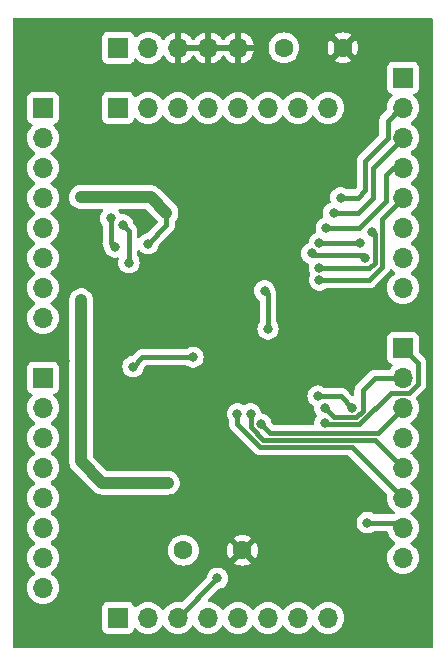
<source format=gbl>
G04 #@! TF.GenerationSoftware,KiCad,Pcbnew,7.0.7*
G04 #@! TF.CreationDate,2023-10-29T22:23:37+09:00*
G04 #@! TF.ProjectId,Pixy-mega128-0-sdram-hat,50697879-2d6d-4656-9761-3132382d302d,rev?*
G04 #@! TF.SameCoordinates,Original*
G04 #@! TF.FileFunction,Copper,L2,Bot*
G04 #@! TF.FilePolarity,Positive*
%FSLAX46Y46*%
G04 Gerber Fmt 4.6, Leading zero omitted, Abs format (unit mm)*
G04 Created by KiCad (PCBNEW 7.0.7) date 2023-10-29 22:23:37*
%MOMM*%
%LPD*%
G01*
G04 APERTURE LIST*
G04 #@! TA.AperFunction,ComponentPad*
%ADD10R,1.700000X1.700000*%
G04 #@! TD*
G04 #@! TA.AperFunction,ComponentPad*
%ADD11O,1.700000X1.700000*%
G04 #@! TD*
G04 #@! TA.AperFunction,ComponentPad*
%ADD12C,1.600000*%
G04 #@! TD*
G04 #@! TA.AperFunction,ViaPad*
%ADD13C,0.800000*%
G04 #@! TD*
G04 #@! TA.AperFunction,Conductor*
%ADD14C,0.400000*%
G04 #@! TD*
G04 #@! TA.AperFunction,Conductor*
%ADD15C,1.000000*%
G04 #@! TD*
G04 APERTURE END LIST*
D10*
G04 #@! TO.P,J8,1,P0*
G04 #@! TO.N,VCC*
X34320000Y-25400000D03*
D11*
G04 #@! TO.P,J8,2,P1*
X36860000Y-25400000D03*
G04 #@! TO.P,J8,3,P2*
G04 #@! TO.N,GND*
X39400000Y-25400000D03*
G04 #@! TO.P,J8,4,P3*
X41940000Y-25400000D03*
G04 #@! TO.P,J8,5,P4*
X44480000Y-25400000D03*
G04 #@! TD*
D10*
G04 #@! TO.P,J6,1,P0*
G04 #@! TO.N,/PF0*
X34290000Y-30480000D03*
D11*
G04 #@! TO.P,J6,2,P1*
G04 #@! TO.N,/PF1*
X36830000Y-30480000D03*
G04 #@! TO.P,J6,3,P2*
G04 #@! TO.N,/PF2*
X39370000Y-30480000D03*
G04 #@! TO.P,J6,4,P3*
G04 #@! TO.N,/PF3*
X41910000Y-30480000D03*
G04 #@! TO.P,J6,5,P4*
G04 #@! TO.N,/PF4*
X44450000Y-30480000D03*
G04 #@! TO.P,J6,6,P5*
G04 #@! TO.N,/PF5*
X46990000Y-30480000D03*
G04 #@! TO.P,J6,7,P6*
G04 #@! TO.N,/PF6*
X49530000Y-30480000D03*
G04 #@! TO.P,J6,8,P7*
G04 #@! TO.N,/PF7*
X52070000Y-30480000D03*
G04 #@! TD*
D10*
G04 #@! TO.P,J5,1,P0*
G04 #@! TO.N,/PE0*
X27940000Y-30495000D03*
D11*
G04 #@! TO.P,J5,2,P1*
G04 #@! TO.N,/PE1*
X27940000Y-33035000D03*
G04 #@! TO.P,J5,3,P2*
G04 #@! TO.N,/PE2*
X27940000Y-35575000D03*
G04 #@! TO.P,J5,4,P3*
G04 #@! TO.N,/PE3*
X27940000Y-38115000D03*
G04 #@! TO.P,J5,5,P4*
G04 #@! TO.N,/PE4*
X27940000Y-40655000D03*
G04 #@! TO.P,J5,6,P5*
G04 #@! TO.N,/PE5*
X27940000Y-43195000D03*
G04 #@! TO.P,J5,7,P6*
G04 #@! TO.N,/PE6*
X27940000Y-45735000D03*
G04 #@! TO.P,J5,8,P7*
G04 #@! TO.N,/PE7*
X27940000Y-48275000D03*
G04 #@! TD*
D10*
G04 #@! TO.P,J4,1,P0*
G04 #@! TO.N,/PD0*
X34290000Y-73660000D03*
D11*
G04 #@! TO.P,J4,2,P1*
G04 #@! TO.N,/PD1*
X36830000Y-73660000D03*
G04 #@! TO.P,J4,3,P2*
G04 #@! TO.N,/PD2*
X39370000Y-73660000D03*
G04 #@! TO.P,J4,4,P3*
G04 #@! TO.N,/PD3*
X41910000Y-73660000D03*
G04 #@! TO.P,J4,5,P4*
G04 #@! TO.N,/PD4*
X44450000Y-73660000D03*
G04 #@! TO.P,J4,6,P5*
G04 #@! TO.N,/PD5*
X46990000Y-73660000D03*
G04 #@! TO.P,J4,7,P6*
G04 #@! TO.N,/PD6*
X49530000Y-73660000D03*
G04 #@! TO.P,J4,8,P7*
G04 #@! TO.N,/PD7*
X52070000Y-73660000D03*
G04 #@! TD*
D10*
G04 #@! TO.P,J3,1,P0*
G04 #@! TO.N,/PC0*
X58420000Y-50815000D03*
D11*
G04 #@! TO.P,J3,2,P1*
G04 #@! TO.N,/PC1*
X58420000Y-53355000D03*
G04 #@! TO.P,J3,3,P2*
G04 #@! TO.N,/PC2*
X58420000Y-55895000D03*
G04 #@! TO.P,J3,4,P3*
G04 #@! TO.N,/PC3*
X58420000Y-58435000D03*
G04 #@! TO.P,J3,5,P4*
G04 #@! TO.N,/PC4*
X58420000Y-60975000D03*
G04 #@! TO.P,J3,6,P5*
G04 #@! TO.N,/PC5*
X58420000Y-63515000D03*
G04 #@! TO.P,J3,7,P6*
G04 #@! TO.N,/PC6*
X58420000Y-66055000D03*
G04 #@! TO.P,J3,8,P7*
G04 #@! TO.N,/PC7*
X58420000Y-68595000D03*
G04 #@! TD*
D10*
G04 #@! TO.P,J2,1,P0*
G04 #@! TO.N,/PB0*
X27940000Y-53340000D03*
D11*
G04 #@! TO.P,J2,2,P1*
G04 #@! TO.N,/PB1*
X27940000Y-55880000D03*
G04 #@! TO.P,J2,3,P2*
G04 #@! TO.N,/PB2*
X27940000Y-58420000D03*
G04 #@! TO.P,J2,4,P3*
G04 #@! TO.N,/PB3*
X27940000Y-60960000D03*
G04 #@! TO.P,J2,5,P4*
G04 #@! TO.N,/PB4*
X27940000Y-63500000D03*
G04 #@! TO.P,J2,6,P5*
G04 #@! TO.N,/PB5*
X27940000Y-66040000D03*
G04 #@! TO.P,J2,7,P6*
G04 #@! TO.N,/PB6*
X27940000Y-68580000D03*
G04 #@! TO.P,J2,8,P7*
G04 #@! TO.N,/PB7*
X27940000Y-71120000D03*
G04 #@! TD*
D10*
G04 #@! TO.P,J1,1,P0*
G04 #@! TO.N,/PA0*
X58420000Y-27940000D03*
D11*
G04 #@! TO.P,J1,2,P1*
G04 #@! TO.N,/PA1*
X58420000Y-30480000D03*
G04 #@! TO.P,J1,3,P2*
G04 #@! TO.N,/PA2*
X58420000Y-33020000D03*
G04 #@! TO.P,J1,4,P3*
G04 #@! TO.N,/PA3*
X58420000Y-35560000D03*
G04 #@! TO.P,J1,5,P4*
G04 #@! TO.N,/PA4*
X58420000Y-38100000D03*
G04 #@! TO.P,J1,6,P5*
G04 #@! TO.N,/PA5*
X58420000Y-40640000D03*
G04 #@! TO.P,J1,7,P6*
G04 #@! TO.N,/PA6*
X58420000Y-43180000D03*
G04 #@! TO.P,J1,8,P7*
G04 #@! TO.N,/PA7*
X58420000Y-45720000D03*
G04 #@! TD*
D12*
G04 #@! TO.P,C3,1*
G04 #@! TO.N,VCC*
X39823242Y-67945620D03*
G04 #@! TO.P,C3,2*
G04 #@! TO.N,GND*
X44823242Y-67945620D03*
G04 #@! TD*
G04 #@! TO.P,C2,1*
G04 #@! TO.N,VCC*
X48340000Y-25400000D03*
G04 #@! TO.P,C2,2*
G04 #@! TO.N,GND*
X53340000Y-25400000D03*
G04 #@! TD*
D13*
G04 #@! TO.N,GND*
X50720907Y-38784698D03*
X53801514Y-36454152D03*
X55712383Y-31022283D03*
G04 #@! TO.N,/PA1*
X53143109Y-38100000D03*
G04 #@! TO.N,/PA2*
X52540500Y-39370000D03*
G04 #@! TO.N,/PA3*
X51940500Y-40640000D03*
G04 #@! TO.N,GND*
X33705823Y-67368931D03*
X44072735Y-60660173D03*
X44715644Y-54033385D03*
X51144737Y-51689445D03*
X53301473Y-48977667D03*
X55381999Y-46557828D03*
G04 #@! TO.N,VCC*
X46706523Y-45979360D03*
X46990000Y-49200000D03*
G04 #@! TO.N,GND*
X53756556Y-27513913D03*
X48640070Y-28103246D03*
X46590796Y-23838079D03*
X33504914Y-27954306D03*
X36183702Y-39471490D03*
X38983036Y-37328459D03*
X36223884Y-35828337D03*
X29660852Y-39377732D03*
X34268368Y-45174095D03*
X32795035Y-43365913D03*
X29781397Y-51928929D03*
X29714428Y-59822247D03*
X26941881Y-50910989D03*
X33156671Y-54092854D03*
X34830914Y-50074671D03*
X32969156Y-48689202D03*
X41501098Y-48629733D03*
X36411399Y-44399000D03*
G04 #@! TO.N,VCC*
X36830000Y-41999500D03*
X31160973Y-46769582D03*
X38395937Y-39370000D03*
X31136420Y-38035750D03*
G04 #@! TO.N,GND*
X44441070Y-47777969D03*
X45720000Y-50800000D03*
X45465705Y-45168202D03*
X44551316Y-41428010D03*
X46329362Y-38715736D03*
X59077048Y-24327426D03*
X55942865Y-24478108D03*
X28368084Y-26708200D03*
X29814630Y-24237017D03*
X26981811Y-24297290D03*
X48348499Y-36502521D03*
X51211455Y-33850520D03*
X39277451Y-32645065D03*
G04 #@! TO.N,/PA7*
X54742109Y-41910000D03*
X51340500Y-41910000D03*
G04 #@! TO.N,/PA6*
X50706848Y-42800000D03*
X55221898Y-43235137D03*
G04 #@! TO.N,/PA5*
X55821898Y-41001135D03*
X51340500Y-44068390D03*
G04 #@! TO.N,/PA4*
X51340500Y-45067893D03*
G04 #@! TO.N,/PF2*
X34708907Y-40400500D03*
X35210898Y-43599500D03*
G04 #@! TO.N,/PF1*
X34025816Y-42257487D03*
X33680360Y-39839505D03*
G04 #@! TO.N,GND*
X42088970Y-54314715D03*
X46428608Y-54502230D03*
G04 #@! TO.N,/PE7*
X40640000Y-51599500D03*
X35560000Y-52399500D03*
G04 #@! TO.N,GND*
X55750792Y-51150529D03*
X54103337Y-53025682D03*
X59648430Y-48364589D03*
X53701519Y-66326939D03*
G04 #@! TO.N,/PC6*
X55393292Y-65599380D03*
G04 #@! TO.N,GND*
X54545337Y-62015696D03*
X55469520Y-63402773D03*
X59921760Y-71933172D03*
X58094611Y-74414895D03*
X53580973Y-68898576D03*
X42745273Y-59009560D03*
X46093759Y-60884712D03*
X44740971Y-63340090D03*
X48410911Y-63447241D03*
X47848244Y-67744711D03*
X54538519Y-72787531D03*
X44446304Y-70839091D03*
X30985391Y-71857030D03*
X33503452Y-70142606D03*
X29029875Y-73946485D03*
X26846662Y-75379637D03*
X31266664Y-75500183D03*
X38100000Y-69850000D03*
X39517333Y-71008926D03*
X40722788Y-65517409D03*
X40682606Y-62798438D03*
X37465000Y-67945000D03*
G04 #@! TO.N,VCC*
X38510863Y-62230000D03*
G04 #@! TO.N,/PD2*
X42709500Y-70319233D03*
G04 #@! TO.N,/PC5*
X44399322Y-56400500D03*
G04 #@! TO.N,/PC4*
X45529289Y-56400500D03*
G04 #@! TO.N,/PC2*
X46399896Y-57275140D03*
G04 #@! TO.N,/PC0*
X51807564Y-57207508D03*
G04 #@! TO.N,/PC1*
X51807564Y-55880000D03*
G04 #@! TO.N,/PC3*
X54139500Y-55880000D03*
X51221715Y-54892625D03*
G04 #@! TD*
D14*
G04 #@! TO.N,/PE7*
X36360000Y-51599500D02*
X40640000Y-51599500D01*
X35560000Y-52399500D02*
X36360000Y-51599500D01*
G04 #@! TO.N,/PA1*
X58195180Y-30480000D02*
X58420000Y-30480000D01*
X57114282Y-31560898D02*
X58195180Y-30480000D01*
X57114282Y-33078878D02*
X57114282Y-31560898D01*
X55245000Y-34948160D02*
X57114282Y-33078878D01*
X55245000Y-37465000D02*
X55245000Y-34948160D01*
X54610000Y-38100000D02*
X55245000Y-37465000D01*
X53143109Y-38100000D02*
X54610000Y-38100000D01*
G04 #@! TO.N,/PA2*
X55880000Y-38100000D02*
X55880000Y-35560000D01*
X55880000Y-35560000D02*
X58420000Y-33020000D01*
X54610000Y-39370000D02*
X55880000Y-38100000D01*
X52540500Y-39370000D02*
X54610000Y-39370000D01*
G04 #@! TO.N,/PA3*
X57568755Y-35560000D02*
X58420000Y-35560000D01*
X56962484Y-36166271D02*
X57568755Y-35560000D01*
X56962484Y-38336090D02*
X56962484Y-36166271D01*
X54658574Y-40640000D02*
X56962484Y-38336090D01*
X51940500Y-40640000D02*
X54658574Y-40640000D01*
G04 #@! TO.N,/PA6*
X50706848Y-42800000D02*
X50859177Y-42952329D01*
X50859177Y-42952329D02*
X54939090Y-42952329D01*
X54939090Y-42952329D02*
X55221898Y-43235137D01*
G04 #@! TO.N,VCC*
X46980760Y-46253597D02*
X46980760Y-49190760D01*
X46706523Y-45979360D02*
X46980760Y-46253597D01*
X46980760Y-49190760D02*
X46990000Y-49200000D01*
X38395937Y-40433563D02*
X36830000Y-41999500D01*
X38395937Y-39370000D02*
X38395937Y-40433563D01*
D15*
X31160973Y-46769582D02*
X31160973Y-60426582D01*
X31160973Y-60426582D02*
X32964391Y-62230000D01*
X32964391Y-62230000D02*
X38510863Y-62230000D01*
X38395937Y-39370000D02*
X37061687Y-38035750D01*
X37061687Y-38035750D02*
X31136420Y-38035750D01*
D14*
G04 #@! TO.N,/PA7*
X51340500Y-41910000D02*
X54742109Y-41910000D01*
G04 #@! TO.N,/PA5*
X56021398Y-41200635D02*
X55821898Y-41001135D01*
X55563234Y-44068390D02*
X56021398Y-43610226D01*
X51340500Y-44068390D02*
X55563234Y-44068390D01*
X56021398Y-43563843D02*
X56021398Y-41200635D01*
X56021398Y-43610226D02*
X56021398Y-43563843D01*
G04 #@! TO.N,/PA4*
X56621398Y-39898602D02*
X58420000Y-38100000D01*
X56621398Y-43993520D02*
X56621398Y-39898602D01*
X51340500Y-45067893D02*
X55547025Y-45067893D01*
X55547025Y-45067893D02*
X56621398Y-43993520D01*
G04 #@! TO.N,/PF2*
X35210898Y-40902491D02*
X35210898Y-43599500D01*
X34708907Y-40400500D02*
X35210898Y-40902491D01*
G04 #@! TO.N,/PF1*
X33680360Y-39839505D02*
X33680360Y-41912031D01*
X33680360Y-41912031D02*
X34025816Y-42257487D01*
G04 #@! TO.N,/PC6*
X57964380Y-65599380D02*
X58420000Y-66055000D01*
X55393292Y-65599380D02*
X57964380Y-65599380D01*
G04 #@! TO.N,/PD2*
X42709500Y-70320500D02*
X39370000Y-73660000D01*
X42709500Y-70319233D02*
X42709500Y-70320500D01*
G04 #@! TO.N,/PC5*
X44399322Y-57254465D02*
X44399322Y-56400500D01*
X51147309Y-59207508D02*
X46352365Y-59207508D01*
X58420000Y-63515000D02*
X54112508Y-59207508D01*
X46352365Y-59207508D02*
X44399322Y-57254465D01*
X54112508Y-59207508D02*
X51147309Y-59207508D01*
G04 #@! TO.N,/PC4*
X51395837Y-58607508D02*
X46600893Y-58607508D01*
X45529289Y-57535904D02*
X45529289Y-56400500D01*
X46600893Y-58607508D02*
X45529289Y-57535904D01*
X56052508Y-58607508D02*
X51395837Y-58607508D01*
X58420000Y-60975000D02*
X56052508Y-58607508D01*
G04 #@! TO.N,/PC2*
X47132264Y-58007508D02*
X46399896Y-57275140D01*
X56307492Y-58007508D02*
X47132264Y-58007508D01*
X58420000Y-55895000D02*
X56307492Y-58007508D01*
G04 #@! TO.N,/PC0*
X59690000Y-52085000D02*
X58420000Y-50815000D01*
X58932767Y-54610000D02*
X59690000Y-53852767D01*
X57389399Y-54610000D02*
X58932767Y-54610000D01*
X54719399Y-57280000D02*
X57389399Y-54610000D01*
X51880056Y-57280000D02*
X54719399Y-57280000D01*
X51807564Y-57207508D02*
X51880056Y-57280000D01*
X59690000Y-53852767D02*
X59690000Y-52085000D01*
G04 #@! TO.N,/PC1*
X56067644Y-53355000D02*
X58420000Y-53355000D01*
X55012201Y-54410443D02*
X56067644Y-53355000D01*
X55012201Y-56138670D02*
X55012201Y-54410443D01*
X52607564Y-56680000D02*
X54470871Y-56680000D01*
X51807564Y-55880000D02*
X52607564Y-56680000D01*
X54470871Y-56680000D02*
X55012201Y-56138670D01*
G04 #@! TO.N,/PC3*
X53152125Y-54892625D02*
X54139500Y-55880000D01*
X51221715Y-54892625D02*
X53152125Y-54892625D01*
G04 #@! TD*
G04 #@! TA.AperFunction,Conductor*
G04 #@! TO.N,GND*
G36*
X36662943Y-39055935D02*
G01*
X36683585Y-39072569D01*
X37637248Y-40026232D01*
X37670733Y-40087555D01*
X37665749Y-40157247D01*
X37637248Y-40201594D01*
X36767026Y-41071816D01*
X36705703Y-41105301D01*
X36705126Y-41105425D01*
X36550197Y-41138355D01*
X36550192Y-41138357D01*
X36377270Y-41215348D01*
X36377265Y-41215351D01*
X36224132Y-41326609D01*
X36224129Y-41326611D01*
X36224129Y-41326612D01*
X36134394Y-41426273D01*
X36127548Y-41433876D01*
X36068061Y-41470524D01*
X35998204Y-41469193D01*
X35940156Y-41430306D01*
X35912346Y-41366209D01*
X35911398Y-41350903D01*
X35911398Y-40925526D01*
X35911511Y-40921781D01*
X35915255Y-40859885D01*
X35904075Y-40798877D01*
X35903513Y-40795180D01*
X35896038Y-40733620D01*
X35896037Y-40733616D01*
X35892444Y-40724142D01*
X35886417Y-40702520D01*
X35884592Y-40692561D01*
X35884592Y-40692559D01*
X35859137Y-40636003D01*
X35857707Y-40632548D01*
X35849876Y-40611899D01*
X35835716Y-40574561D01*
X35829958Y-40566219D01*
X35818930Y-40546667D01*
X35814775Y-40537434D01*
X35814774Y-40537433D01*
X35814773Y-40537430D01*
X35776537Y-40488628D01*
X35774326Y-40485624D01*
X35756388Y-40459636D01*
X35739083Y-40434564D01*
X35739081Y-40434562D01*
X35692648Y-40393426D01*
X35689938Y-40390875D01*
X35635410Y-40336346D01*
X35601925Y-40275023D01*
X35599772Y-40261643D01*
X35594581Y-40212244D01*
X35593133Y-40207789D01*
X35536088Y-40032222D01*
X35536087Y-40032221D01*
X35536086Y-40032216D01*
X35441440Y-39868284D01*
X35314778Y-39727612D01*
X35300055Y-39716915D01*
X35161641Y-39616351D01*
X35161636Y-39616348D01*
X34988714Y-39539357D01*
X34988709Y-39539355D01*
X34842907Y-39508365D01*
X34803553Y-39500000D01*
X34614261Y-39500000D01*
X34614258Y-39500000D01*
X34609383Y-39500512D01*
X34540655Y-39487937D01*
X34489635Y-39440201D01*
X34489162Y-39439392D01*
X34412893Y-39307289D01*
X34355207Y-39243222D01*
X34324977Y-39180230D01*
X34333602Y-39110895D01*
X34378344Y-39057230D01*
X34444996Y-39036272D01*
X34447357Y-39036250D01*
X36595904Y-39036250D01*
X36662943Y-39055935D01*
G37*
G04 #@! TD.AperFunction*
G04 #@! TA.AperFunction,Conductor*
G36*
X41393692Y-25169685D02*
G01*
X41439447Y-25222489D01*
X41449391Y-25291647D01*
X41445631Y-25308933D01*
X41440000Y-25328111D01*
X41440000Y-25471888D01*
X41445631Y-25491067D01*
X41445630Y-25560936D01*
X41407855Y-25619714D01*
X41344299Y-25648738D01*
X41326653Y-25650000D01*
X40013347Y-25650000D01*
X39946308Y-25630315D01*
X39900553Y-25577511D01*
X39890609Y-25508353D01*
X39894369Y-25491067D01*
X39900000Y-25471888D01*
X39900000Y-25328111D01*
X39894369Y-25308933D01*
X39894370Y-25239064D01*
X39932145Y-25180286D01*
X39995701Y-25151262D01*
X40013347Y-25150000D01*
X41326653Y-25150000D01*
X41393692Y-25169685D01*
G37*
G04 #@! TD.AperFunction*
G04 #@! TA.AperFunction,Conductor*
G36*
X43933692Y-25169685D02*
G01*
X43979447Y-25222489D01*
X43989391Y-25291647D01*
X43985631Y-25308933D01*
X43980000Y-25328111D01*
X43980000Y-25471888D01*
X43985631Y-25491067D01*
X43985630Y-25560936D01*
X43947855Y-25619714D01*
X43884299Y-25648738D01*
X43866653Y-25650000D01*
X42553347Y-25650000D01*
X42486308Y-25630315D01*
X42440553Y-25577511D01*
X42430609Y-25508353D01*
X42434369Y-25491067D01*
X42440000Y-25471888D01*
X42440000Y-25328111D01*
X42434369Y-25308933D01*
X42434370Y-25239064D01*
X42472145Y-25180286D01*
X42535701Y-25151262D01*
X42553347Y-25150000D01*
X43866653Y-25150000D01*
X43933692Y-25169685D01*
G37*
G04 #@! TD.AperFunction*
G04 #@! TA.AperFunction,Conductor*
G36*
X60902539Y-22880185D02*
G01*
X60948294Y-22932989D01*
X60959500Y-22984500D01*
X60959500Y-76075500D01*
X60939815Y-76142539D01*
X60887011Y-76188294D01*
X60835500Y-76199500D01*
X25524500Y-76199500D01*
X25457461Y-76179815D01*
X25411706Y-76127011D01*
X25400500Y-76075500D01*
X25400500Y-74557870D01*
X32939500Y-74557870D01*
X32939501Y-74557876D01*
X32945908Y-74617483D01*
X32996202Y-74752328D01*
X32996206Y-74752335D01*
X33082452Y-74867544D01*
X33082455Y-74867547D01*
X33197664Y-74953793D01*
X33197671Y-74953797D01*
X33332517Y-75004091D01*
X33332516Y-75004091D01*
X33339444Y-75004835D01*
X33392127Y-75010500D01*
X35187872Y-75010499D01*
X35247483Y-75004091D01*
X35382331Y-74953796D01*
X35497546Y-74867546D01*
X35583796Y-74752331D01*
X35632810Y-74620916D01*
X35674681Y-74564984D01*
X35740145Y-74540566D01*
X35808418Y-74555417D01*
X35836672Y-74576569D01*
X35958599Y-74698495D01*
X36055384Y-74766264D01*
X36152165Y-74834032D01*
X36152167Y-74834033D01*
X36152170Y-74834035D01*
X36366337Y-74933903D01*
X36594592Y-74995063D01*
X36771034Y-75010500D01*
X36829999Y-75015659D01*
X36830000Y-75015659D01*
X36830001Y-75015659D01*
X36888966Y-75010500D01*
X37065408Y-74995063D01*
X37293663Y-74933903D01*
X37507830Y-74834035D01*
X37701401Y-74698495D01*
X37868495Y-74531401D01*
X37998424Y-74345842D01*
X38053002Y-74302217D01*
X38122500Y-74295023D01*
X38184855Y-74326546D01*
X38201575Y-74345842D01*
X38331500Y-74531395D01*
X38331505Y-74531401D01*
X38498599Y-74698495D01*
X38595384Y-74766264D01*
X38692165Y-74834032D01*
X38692167Y-74834033D01*
X38692170Y-74834035D01*
X38906337Y-74933903D01*
X39134592Y-74995063D01*
X39311034Y-75010500D01*
X39369999Y-75015659D01*
X39370000Y-75015659D01*
X39370001Y-75015659D01*
X39428966Y-75010500D01*
X39605408Y-74995063D01*
X39833663Y-74933903D01*
X40047830Y-74834035D01*
X40241401Y-74698495D01*
X40408495Y-74531401D01*
X40538424Y-74345842D01*
X40593002Y-74302217D01*
X40662500Y-74295023D01*
X40724855Y-74326546D01*
X40741575Y-74345842D01*
X40871500Y-74531395D01*
X40871505Y-74531401D01*
X41038599Y-74698495D01*
X41135384Y-74766264D01*
X41232165Y-74834032D01*
X41232167Y-74834033D01*
X41232170Y-74834035D01*
X41446337Y-74933903D01*
X41674592Y-74995063D01*
X41851034Y-75010500D01*
X41909999Y-75015659D01*
X41910000Y-75015659D01*
X41910001Y-75015659D01*
X41968966Y-75010500D01*
X42145408Y-74995063D01*
X42373663Y-74933903D01*
X42587830Y-74834035D01*
X42781401Y-74698495D01*
X42948495Y-74531401D01*
X43078424Y-74345842D01*
X43133002Y-74302217D01*
X43202500Y-74295023D01*
X43264855Y-74326546D01*
X43281575Y-74345842D01*
X43411500Y-74531395D01*
X43411505Y-74531401D01*
X43578599Y-74698495D01*
X43675384Y-74766264D01*
X43772165Y-74834032D01*
X43772167Y-74834033D01*
X43772170Y-74834035D01*
X43986337Y-74933903D01*
X44214592Y-74995063D01*
X44391034Y-75010500D01*
X44449999Y-75015659D01*
X44450000Y-75015659D01*
X44450001Y-75015659D01*
X44508966Y-75010500D01*
X44685408Y-74995063D01*
X44913663Y-74933903D01*
X45127830Y-74834035D01*
X45321401Y-74698495D01*
X45488495Y-74531401D01*
X45618424Y-74345842D01*
X45673002Y-74302217D01*
X45742500Y-74295023D01*
X45804855Y-74326546D01*
X45821575Y-74345842D01*
X45951500Y-74531395D01*
X45951505Y-74531401D01*
X46118599Y-74698495D01*
X46215384Y-74766264D01*
X46312165Y-74834032D01*
X46312167Y-74834033D01*
X46312170Y-74834035D01*
X46526337Y-74933903D01*
X46754592Y-74995063D01*
X46931034Y-75010500D01*
X46989999Y-75015659D01*
X46990000Y-75015659D01*
X46990001Y-75015659D01*
X47048966Y-75010500D01*
X47225408Y-74995063D01*
X47453663Y-74933903D01*
X47667830Y-74834035D01*
X47861401Y-74698495D01*
X48028495Y-74531401D01*
X48158424Y-74345842D01*
X48213002Y-74302217D01*
X48282500Y-74295023D01*
X48344855Y-74326546D01*
X48361575Y-74345842D01*
X48491500Y-74531395D01*
X48491505Y-74531401D01*
X48658599Y-74698495D01*
X48755384Y-74766264D01*
X48852165Y-74834032D01*
X48852167Y-74834033D01*
X48852170Y-74834035D01*
X49066337Y-74933903D01*
X49294592Y-74995063D01*
X49471034Y-75010500D01*
X49529999Y-75015659D01*
X49530000Y-75015659D01*
X49530001Y-75015659D01*
X49588966Y-75010500D01*
X49765408Y-74995063D01*
X49993663Y-74933903D01*
X50207830Y-74834035D01*
X50401401Y-74698495D01*
X50568495Y-74531401D01*
X50698424Y-74345842D01*
X50753002Y-74302217D01*
X50822500Y-74295023D01*
X50884855Y-74326546D01*
X50901575Y-74345842D01*
X51031500Y-74531395D01*
X51031505Y-74531401D01*
X51198599Y-74698495D01*
X51295384Y-74766264D01*
X51392165Y-74834032D01*
X51392167Y-74834033D01*
X51392170Y-74834035D01*
X51606337Y-74933903D01*
X51834592Y-74995063D01*
X52011034Y-75010500D01*
X52069999Y-75015659D01*
X52070000Y-75015659D01*
X52070001Y-75015659D01*
X52128966Y-75010500D01*
X52305408Y-74995063D01*
X52533663Y-74933903D01*
X52747830Y-74834035D01*
X52941401Y-74698495D01*
X53108495Y-74531401D01*
X53244035Y-74337830D01*
X53343903Y-74123663D01*
X53405063Y-73895408D01*
X53425659Y-73660000D01*
X53405063Y-73424592D01*
X53343903Y-73196337D01*
X53244035Y-72982171D01*
X53238425Y-72974158D01*
X53108494Y-72788597D01*
X52941402Y-72621506D01*
X52941395Y-72621501D01*
X52747834Y-72485967D01*
X52747830Y-72485965D01*
X52725729Y-72475659D01*
X52533663Y-72386097D01*
X52533659Y-72386096D01*
X52533655Y-72386094D01*
X52305413Y-72324938D01*
X52305403Y-72324936D01*
X52070001Y-72304341D01*
X52069999Y-72304341D01*
X51834596Y-72324936D01*
X51834586Y-72324938D01*
X51606344Y-72386094D01*
X51606335Y-72386098D01*
X51392171Y-72485964D01*
X51392169Y-72485965D01*
X51198597Y-72621505D01*
X51031505Y-72788597D01*
X50901575Y-72974158D01*
X50846998Y-73017783D01*
X50777500Y-73024977D01*
X50715145Y-72993454D01*
X50698425Y-72974158D01*
X50568494Y-72788597D01*
X50401402Y-72621506D01*
X50401395Y-72621501D01*
X50207834Y-72485967D01*
X50207830Y-72485965D01*
X50185729Y-72475659D01*
X49993663Y-72386097D01*
X49993659Y-72386096D01*
X49993655Y-72386094D01*
X49765413Y-72324938D01*
X49765403Y-72324936D01*
X49530001Y-72304341D01*
X49529999Y-72304341D01*
X49294596Y-72324936D01*
X49294586Y-72324938D01*
X49066344Y-72386094D01*
X49066335Y-72386098D01*
X48852171Y-72485964D01*
X48852169Y-72485965D01*
X48658597Y-72621505D01*
X48491505Y-72788597D01*
X48361575Y-72974158D01*
X48306998Y-73017783D01*
X48237500Y-73024977D01*
X48175145Y-72993454D01*
X48158425Y-72974158D01*
X48028494Y-72788597D01*
X47861402Y-72621506D01*
X47861395Y-72621501D01*
X47667834Y-72485967D01*
X47667830Y-72485965D01*
X47645729Y-72475659D01*
X47453663Y-72386097D01*
X47453659Y-72386096D01*
X47453655Y-72386094D01*
X47225413Y-72324938D01*
X47225403Y-72324936D01*
X46990001Y-72304341D01*
X46989999Y-72304341D01*
X46754596Y-72324936D01*
X46754586Y-72324938D01*
X46526344Y-72386094D01*
X46526335Y-72386098D01*
X46312171Y-72485964D01*
X46312169Y-72485965D01*
X46118597Y-72621505D01*
X45951505Y-72788597D01*
X45821575Y-72974158D01*
X45766998Y-73017783D01*
X45697500Y-73024977D01*
X45635145Y-72993454D01*
X45618425Y-72974158D01*
X45488494Y-72788597D01*
X45321402Y-72621506D01*
X45321395Y-72621501D01*
X45127834Y-72485967D01*
X45127830Y-72485965D01*
X45105729Y-72475659D01*
X44913663Y-72386097D01*
X44913659Y-72386096D01*
X44913655Y-72386094D01*
X44685413Y-72324938D01*
X44685403Y-72324936D01*
X44450001Y-72304341D01*
X44449999Y-72304341D01*
X44214596Y-72324936D01*
X44214586Y-72324938D01*
X43986344Y-72386094D01*
X43986335Y-72386098D01*
X43772171Y-72485964D01*
X43772169Y-72485965D01*
X43578597Y-72621505D01*
X43411505Y-72788597D01*
X43281575Y-72974158D01*
X43226998Y-73017783D01*
X43157500Y-73024977D01*
X43095145Y-72993454D01*
X43078425Y-72974158D01*
X42948494Y-72788597D01*
X42781402Y-72621506D01*
X42781395Y-72621501D01*
X42587834Y-72485967D01*
X42587830Y-72485965D01*
X42565729Y-72475659D01*
X42373663Y-72386097D01*
X42373659Y-72386096D01*
X42373655Y-72386094D01*
X42145413Y-72324938D01*
X42145403Y-72324936D01*
X41996802Y-72311935D01*
X41931733Y-72286482D01*
X41890755Y-72229891D01*
X41886877Y-72160129D01*
X41919927Y-72100728D01*
X42774085Y-71246571D01*
X42835404Y-71213089D01*
X42835413Y-71213086D01*
X42989303Y-71180377D01*
X42989307Y-71180375D01*
X42989308Y-71180375D01*
X43124910Y-71120000D01*
X43162230Y-71103384D01*
X43315371Y-70992121D01*
X43442033Y-70851449D01*
X43536679Y-70687517D01*
X43595174Y-70507489D01*
X43614960Y-70319233D01*
X43595174Y-70130977D01*
X43536679Y-69950949D01*
X43442033Y-69787017D01*
X43315371Y-69646345D01*
X43297689Y-69633498D01*
X43162234Y-69535084D01*
X43162229Y-69535081D01*
X42989307Y-69458090D01*
X42989302Y-69458088D01*
X42843500Y-69427098D01*
X42804146Y-69418733D01*
X42614854Y-69418733D01*
X42582397Y-69425631D01*
X42429697Y-69458088D01*
X42429692Y-69458090D01*
X42256770Y-69535081D01*
X42256765Y-69535084D01*
X42103629Y-69646344D01*
X41976966Y-69787018D01*
X41882321Y-69950948D01*
X41882318Y-69950955D01*
X41823827Y-70130972D01*
X41823827Y-70130973D01*
X41823826Y-70130977D01*
X41818487Y-70181776D01*
X41791902Y-70246390D01*
X41782847Y-70256494D01*
X39741994Y-72297347D01*
X39680671Y-72330832D01*
X39622225Y-72329442D01*
X39605410Y-72324937D01*
X39370001Y-72304341D01*
X39369999Y-72304341D01*
X39134596Y-72324936D01*
X39134586Y-72324938D01*
X38906344Y-72386094D01*
X38906335Y-72386098D01*
X38692171Y-72485964D01*
X38692169Y-72485965D01*
X38498597Y-72621505D01*
X38331505Y-72788597D01*
X38201575Y-72974158D01*
X38146998Y-73017783D01*
X38077500Y-73024977D01*
X38015145Y-72993454D01*
X37998425Y-72974158D01*
X37868494Y-72788597D01*
X37701402Y-72621506D01*
X37701395Y-72621501D01*
X37507834Y-72485967D01*
X37507830Y-72485965D01*
X37485729Y-72475659D01*
X37293663Y-72386097D01*
X37293659Y-72386096D01*
X37293655Y-72386094D01*
X37065413Y-72324938D01*
X37065403Y-72324936D01*
X36830001Y-72304341D01*
X36829999Y-72304341D01*
X36594596Y-72324936D01*
X36594586Y-72324938D01*
X36366344Y-72386094D01*
X36366335Y-72386098D01*
X36152171Y-72485964D01*
X36152169Y-72485965D01*
X35958600Y-72621503D01*
X35836673Y-72743430D01*
X35775350Y-72776914D01*
X35705658Y-72771930D01*
X35649725Y-72730058D01*
X35632810Y-72699081D01*
X35583797Y-72567671D01*
X35583793Y-72567664D01*
X35497547Y-72452455D01*
X35497544Y-72452452D01*
X35382335Y-72366206D01*
X35382328Y-72366202D01*
X35247482Y-72315908D01*
X35247483Y-72315908D01*
X35187883Y-72309501D01*
X35187881Y-72309500D01*
X35187873Y-72309500D01*
X35187864Y-72309500D01*
X33392129Y-72309500D01*
X33392123Y-72309501D01*
X33332516Y-72315908D01*
X33197671Y-72366202D01*
X33197664Y-72366206D01*
X33082455Y-72452452D01*
X33082452Y-72452455D01*
X32996206Y-72567664D01*
X32996202Y-72567671D01*
X32945908Y-72702517D01*
X32939501Y-72762116D01*
X32939500Y-72762135D01*
X32939500Y-74557870D01*
X25400500Y-74557870D01*
X25400500Y-71120000D01*
X26584341Y-71120000D01*
X26604936Y-71355403D01*
X26604938Y-71355413D01*
X26666094Y-71583655D01*
X26666096Y-71583659D01*
X26666097Y-71583663D01*
X26765965Y-71797830D01*
X26765967Y-71797834D01*
X26874281Y-71952521D01*
X26901505Y-71991401D01*
X27068599Y-72158495D01*
X27070933Y-72160129D01*
X27262165Y-72294032D01*
X27262167Y-72294033D01*
X27262170Y-72294035D01*
X27476337Y-72393903D01*
X27704592Y-72455063D01*
X27892918Y-72471539D01*
X27939999Y-72475659D01*
X27940000Y-72475659D01*
X27940001Y-72475659D01*
X27979234Y-72472226D01*
X28175408Y-72455063D01*
X28403663Y-72393903D01*
X28617830Y-72294035D01*
X28811401Y-72158495D01*
X28978495Y-71991401D01*
X29114035Y-71797830D01*
X29213903Y-71583663D01*
X29275063Y-71355408D01*
X29295659Y-71120000D01*
X29275063Y-70884592D01*
X29213903Y-70656337D01*
X29114035Y-70442171D01*
X29027954Y-70319233D01*
X28978494Y-70248597D01*
X28811402Y-70081506D01*
X28811396Y-70081501D01*
X28625842Y-69951575D01*
X28582217Y-69896998D01*
X28575023Y-69827500D01*
X28606546Y-69765145D01*
X28625842Y-69748425D01*
X28771627Y-69646345D01*
X28811401Y-69618495D01*
X28978495Y-69451401D01*
X29114035Y-69257830D01*
X29213903Y-69043663D01*
X29275063Y-68815408D01*
X29295659Y-68580000D01*
X29275063Y-68344592D01*
X29213903Y-68116337D01*
X29134296Y-67945621D01*
X38517774Y-67945621D01*
X38537606Y-68172306D01*
X38537608Y-68172317D01*
X38596500Y-68392108D01*
X38596503Y-68392117D01*
X38692673Y-68598352D01*
X38692674Y-68598354D01*
X38823196Y-68784761D01*
X38984100Y-68945665D01*
X38984103Y-68945667D01*
X39170508Y-69076188D01*
X39376746Y-69172359D01*
X39596550Y-69231255D01*
X39758472Y-69245421D01*
X39823240Y-69251088D01*
X39823242Y-69251088D01*
X39823244Y-69251088D01*
X39879914Y-69246129D01*
X40049934Y-69231255D01*
X40269738Y-69172359D01*
X40475976Y-69076188D01*
X40662381Y-68945667D01*
X40823289Y-68784759D01*
X40953810Y-68598354D01*
X41049981Y-68392116D01*
X41108877Y-68172312D01*
X41128710Y-67945622D01*
X43518276Y-67945622D01*
X43538100Y-68172219D01*
X43538102Y-68172230D01*
X43596972Y-68391937D01*
X43596976Y-68391946D01*
X43693107Y-68598101D01*
X43693108Y-68598103D01*
X43744215Y-68671091D01*
X43744215Y-68671092D01*
X44285822Y-68129485D01*
X44347145Y-68096000D01*
X44416836Y-68100984D01*
X44472770Y-68142855D01*
X44483984Y-68160866D01*
X44489769Y-68172219D01*
X44495600Y-68183664D01*
X44495605Y-68183670D01*
X44585191Y-68273256D01*
X44585193Y-68273257D01*
X44585197Y-68273261D01*
X44607989Y-68284874D01*
X44658784Y-68332848D01*
X44675579Y-68400669D01*
X44653041Y-68466804D01*
X44639374Y-68483039D01*
X44097768Y-69024645D01*
X44097768Y-69024646D01*
X44170754Y-69075751D01*
X44170758Y-69075753D01*
X44376915Y-69171885D01*
X44376924Y-69171889D01*
X44596631Y-69230759D01*
X44596642Y-69230761D01*
X44823240Y-69250586D01*
X44823244Y-69250586D01*
X45049841Y-69230761D01*
X45049852Y-69230759D01*
X45269559Y-69171889D01*
X45269573Y-69171884D01*
X45475720Y-69075756D01*
X45548714Y-69024645D01*
X45007108Y-68483039D01*
X44973623Y-68421716D01*
X44978607Y-68352024D01*
X45020479Y-68296091D01*
X45038487Y-68284878D01*
X45061287Y-68273261D01*
X45150883Y-68183665D01*
X45162496Y-68160872D01*
X45210467Y-68110078D01*
X45278288Y-68093281D01*
X45344423Y-68115817D01*
X45360661Y-68129486D01*
X45902267Y-68671092D01*
X45953378Y-68598098D01*
X46049506Y-68391951D01*
X46049511Y-68391937D01*
X46108381Y-68172230D01*
X46108383Y-68172219D01*
X46128208Y-67945622D01*
X46128208Y-67945617D01*
X46108383Y-67719020D01*
X46108381Y-67719009D01*
X46049511Y-67499302D01*
X46049507Y-67499293D01*
X45953375Y-67293136D01*
X45953373Y-67293132D01*
X45902268Y-67220146D01*
X45902267Y-67220146D01*
X45360661Y-67761752D01*
X45299338Y-67795237D01*
X45229646Y-67790253D01*
X45173713Y-67748381D01*
X45162498Y-67730371D01*
X45150883Y-67707575D01*
X45150879Y-67707571D01*
X45150878Y-67707569D01*
X45061292Y-67617983D01*
X45061286Y-67617978D01*
X45051351Y-67612916D01*
X45038492Y-67606364D01*
X44987698Y-67558393D01*
X44970902Y-67490572D01*
X44993439Y-67424437D01*
X45007107Y-67408200D01*
X45548714Y-66866593D01*
X45475725Y-66815486D01*
X45475723Y-66815485D01*
X45269568Y-66719354D01*
X45269559Y-66719350D01*
X45049852Y-66660480D01*
X45049841Y-66660478D01*
X44823244Y-66640654D01*
X44823240Y-66640654D01*
X44596642Y-66660478D01*
X44596631Y-66660480D01*
X44376924Y-66719350D01*
X44376915Y-66719354D01*
X44170755Y-66815488D01*
X44097768Y-66866593D01*
X44639375Y-67408200D01*
X44672860Y-67469523D01*
X44667876Y-67539215D01*
X44626004Y-67595148D01*
X44607990Y-67606365D01*
X44585198Y-67617978D01*
X44585191Y-67617983D01*
X44495605Y-67707569D01*
X44495600Y-67707576D01*
X44483987Y-67730368D01*
X44436012Y-67781164D01*
X44368191Y-67797958D01*
X44302056Y-67775420D01*
X44285822Y-67761753D01*
X43744215Y-67220146D01*
X43693110Y-67293133D01*
X43596976Y-67499293D01*
X43596972Y-67499302D01*
X43538102Y-67719009D01*
X43538100Y-67719020D01*
X43518276Y-67945617D01*
X43518276Y-67945622D01*
X41128710Y-67945622D01*
X41128710Y-67945620D01*
X41108877Y-67718928D01*
X41049981Y-67499124D01*
X40953810Y-67292886D01*
X40823289Y-67106481D01*
X40823287Y-67106478D01*
X40662383Y-66945574D01*
X40475976Y-66815052D01*
X40475974Y-66815051D01*
X40269739Y-66718881D01*
X40269730Y-66718878D01*
X40049939Y-66659986D01*
X40049935Y-66659985D01*
X40049934Y-66659985D01*
X40049933Y-66659984D01*
X40049928Y-66659984D01*
X39823244Y-66640152D01*
X39823240Y-66640152D01*
X39596555Y-66659984D01*
X39596544Y-66659986D01*
X39376753Y-66718878D01*
X39376744Y-66718881D01*
X39170509Y-66815051D01*
X39170507Y-66815052D01*
X38984100Y-66945574D01*
X38823196Y-67106478D01*
X38692674Y-67292885D01*
X38692673Y-67292887D01*
X38596503Y-67499122D01*
X38596500Y-67499131D01*
X38537608Y-67718922D01*
X38537606Y-67718933D01*
X38517774Y-67945618D01*
X38517774Y-67945621D01*
X29134296Y-67945621D01*
X29114035Y-67902171D01*
X29039160Y-67795237D01*
X28978494Y-67708597D01*
X28811402Y-67541506D01*
X28811396Y-67541501D01*
X28625842Y-67411575D01*
X28582217Y-67356998D01*
X28575023Y-67287500D01*
X28606546Y-67225145D01*
X28625842Y-67208425D01*
X28648026Y-67192891D01*
X28811401Y-67078495D01*
X28978495Y-66911401D01*
X29114035Y-66717830D01*
X29213903Y-66503663D01*
X29275063Y-66275408D01*
X29295659Y-66040000D01*
X29275063Y-65804592D01*
X29213903Y-65576337D01*
X29114035Y-65362171D01*
X28978495Y-65168599D01*
X28978494Y-65168597D01*
X28811402Y-65001506D01*
X28811396Y-65001501D01*
X28625842Y-64871575D01*
X28582217Y-64816998D01*
X28575023Y-64747500D01*
X28606546Y-64685145D01*
X28625842Y-64668425D01*
X28648026Y-64652891D01*
X28811401Y-64538495D01*
X28978495Y-64371401D01*
X29114035Y-64177830D01*
X29213903Y-63963663D01*
X29275063Y-63735408D01*
X29295659Y-63500000D01*
X29275063Y-63264592D01*
X29213903Y-63036337D01*
X29114035Y-62822171D01*
X29071877Y-62761962D01*
X28978494Y-62628597D01*
X28811402Y-62461506D01*
X28811396Y-62461501D01*
X28625842Y-62331575D01*
X28582217Y-62276998D01*
X28575023Y-62207500D01*
X28606546Y-62145145D01*
X28625842Y-62128425D01*
X28648026Y-62112891D01*
X28811401Y-61998495D01*
X28978495Y-61831401D01*
X29114035Y-61637830D01*
X29213903Y-61423663D01*
X29275063Y-61195408D01*
X29295659Y-60960000D01*
X29275063Y-60724592D01*
X29217922Y-60511335D01*
X29215676Y-60502952D01*
X30158216Y-60502952D01*
X30169037Y-60563321D01*
X30169691Y-60567986D01*
X30175898Y-60629012D01*
X30175900Y-60629026D01*
X30186181Y-60661795D01*
X30188052Y-60669419D01*
X30194115Y-60703234D01*
X30194115Y-60703237D01*
X30216867Y-60760194D01*
X30218447Y-60764633D01*
X30236814Y-60823170D01*
X30236817Y-60823177D01*
X30253482Y-60853201D01*
X30256852Y-60860296D01*
X30269595Y-60892196D01*
X30269600Y-60892206D01*
X30303350Y-60943415D01*
X30305791Y-60947445D01*
X30335561Y-61001080D01*
X30335562Y-61001081D01*
X30335564Y-61001084D01*
X30357941Y-61027149D01*
X30362666Y-61033417D01*
X30375236Y-61052488D01*
X30381571Y-61062101D01*
X30424951Y-61105481D01*
X30428142Y-61108925D01*
X30468104Y-61155474D01*
X30468103Y-61155474D01*
X30495272Y-61176505D01*
X30501159Y-61181689D01*
X32247939Y-62928468D01*
X32309332Y-62993053D01*
X32309335Y-62993055D01*
X32309338Y-62993058D01*
X32343444Y-63016795D01*
X32359694Y-63028106D01*
X32363435Y-63030926D01*
X32410984Y-63069698D01*
X32441436Y-63085604D01*
X32448147Y-63089671D01*
X32476342Y-63109295D01*
X32532723Y-63133490D01*
X32536958Y-63135501D01*
X32591342Y-63163909D01*
X32624364Y-63173356D01*
X32631756Y-63175989D01*
X32663331Y-63189539D01*
X32663332Y-63189540D01*
X32676445Y-63192234D01*
X32723446Y-63201892D01*
X32727986Y-63203006D01*
X32786973Y-63219886D01*
X32821232Y-63222494D01*
X32829000Y-63223585D01*
X32862646Y-63230500D01*
X32862650Y-63230500D01*
X32923992Y-63230500D01*
X32928699Y-63230678D01*
X32965042Y-63233446D01*
X32989866Y-63235337D01*
X32989866Y-63235336D01*
X32989867Y-63235337D01*
X33023950Y-63230996D01*
X33031780Y-63230500D01*
X38561606Y-63230500D01*
X38713302Y-63215074D01*
X38907442Y-63154162D01*
X38907443Y-63154161D01*
X38907451Y-63154159D01*
X39085365Y-63055409D01*
X39239758Y-62922866D01*
X39364311Y-62761958D01*
X39453923Y-62579271D01*
X39504926Y-62382285D01*
X39515232Y-62179064D01*
X39484419Y-61977929D01*
X39435707Y-61846401D01*
X39413751Y-61787118D01*
X39413750Y-61787117D01*
X39413749Y-61787113D01*
X39306115Y-61614429D01*
X39165922Y-61466947D01*
X39067450Y-61398409D01*
X38998913Y-61350705D01*
X38811919Y-61270459D01*
X38612604Y-61229500D01*
X33430174Y-61229500D01*
X33363135Y-61209815D01*
X33342493Y-61193181D01*
X32197792Y-60048480D01*
X32164307Y-59987157D01*
X32161473Y-59960799D01*
X32161473Y-56400500D01*
X43493862Y-56400500D01*
X43513648Y-56588756D01*
X43513649Y-56588759D01*
X43572140Y-56768777D01*
X43572143Y-56768784D01*
X43666788Y-56932715D01*
X43666970Y-56932917D01*
X43667038Y-56933059D01*
X43670607Y-56937971D01*
X43669708Y-56938623D01*
X43697201Y-56995908D01*
X43698822Y-57015891D01*
X43698822Y-57231416D01*
X43698709Y-57235161D01*
X43694964Y-57297068D01*
X43694964Y-57297070D01*
X43706143Y-57358077D01*
X43706706Y-57361778D01*
X43714181Y-57423335D01*
X43714182Y-57423339D01*
X43717773Y-57432808D01*
X43723796Y-57454411D01*
X43725626Y-57464395D01*
X43751081Y-57520955D01*
X43752511Y-57524406D01*
X43774504Y-57582395D01*
X43774505Y-57582396D01*
X43780258Y-57590731D01*
X43791283Y-57610278D01*
X43795442Y-57619520D01*
X43795446Y-57619525D01*
X43833693Y-57668343D01*
X43835913Y-57671361D01*
X43871134Y-57722389D01*
X43871138Y-57722393D01*
X43871139Y-57722394D01*
X43917572Y-57763529D01*
X43920263Y-57766063D01*
X45840764Y-59686564D01*
X45843300Y-59689258D01*
X45884436Y-59735691D01*
X45935471Y-59770918D01*
X45938487Y-59773138D01*
X45954860Y-59785965D01*
X45987308Y-59811386D01*
X45994210Y-59814492D01*
X45996547Y-59815544D01*
X46016098Y-59826571D01*
X46024435Y-59832326D01*
X46082430Y-59854320D01*
X46085839Y-59855731D01*
X46133152Y-59877025D01*
X46142429Y-59881201D01*
X46142430Y-59881201D01*
X46142434Y-59881203D01*
X46152399Y-59883029D01*
X46174021Y-59889056D01*
X46177142Y-59890239D01*
X46183493Y-59892648D01*
X46228616Y-59898126D01*
X46245039Y-59900121D01*
X46248736Y-59900683D01*
X46309759Y-59911866D01*
X46365117Y-59908517D01*
X46371668Y-59908121D01*
X46375413Y-59908008D01*
X51104937Y-59908008D01*
X53770989Y-59908008D01*
X53838028Y-59927693D01*
X53858670Y-59944327D01*
X57057348Y-63143005D01*
X57090833Y-63204328D01*
X57089442Y-63262778D01*
X57084939Y-63279584D01*
X57084936Y-63279597D01*
X57064341Y-63514999D01*
X57064341Y-63515000D01*
X57084936Y-63750403D01*
X57084938Y-63750413D01*
X57146094Y-63978655D01*
X57146096Y-63978659D01*
X57146097Y-63978663D01*
X57238970Y-64177830D01*
X57245965Y-64192830D01*
X57245967Y-64192834D01*
X57381501Y-64386395D01*
X57381506Y-64386402D01*
X57548597Y-64553493D01*
X57548603Y-64553498D01*
X57719705Y-64673305D01*
X57763330Y-64727882D01*
X57770524Y-64797380D01*
X57739001Y-64859735D01*
X57678771Y-64895149D01*
X57648582Y-64898880D01*
X56001448Y-64898880D01*
X55934409Y-64879195D01*
X55928563Y-64875198D01*
X55846026Y-64815231D01*
X55846021Y-64815228D01*
X55673099Y-64738237D01*
X55673094Y-64738235D01*
X55527292Y-64707245D01*
X55487938Y-64698880D01*
X55298646Y-64698880D01*
X55266189Y-64705778D01*
X55113489Y-64738235D01*
X55113484Y-64738237D01*
X54940562Y-64815228D01*
X54940557Y-64815231D01*
X54787421Y-64926491D01*
X54660758Y-65067165D01*
X54566113Y-65231095D01*
X54566110Y-65231102D01*
X54518650Y-65377171D01*
X54507618Y-65411124D01*
X54490869Y-65570481D01*
X54488678Y-65591335D01*
X54487832Y-65599380D01*
X54507618Y-65787636D01*
X54507619Y-65787639D01*
X54566110Y-65967657D01*
X54566113Y-65967664D01*
X54660759Y-66131596D01*
X54787421Y-66272268D01*
X54940557Y-66383528D01*
X54940562Y-66383531D01*
X55113484Y-66460522D01*
X55113489Y-66460524D01*
X55298646Y-66499880D01*
X55298647Y-66499880D01*
X55487936Y-66499880D01*
X55487938Y-66499880D01*
X55673095Y-66460524D01*
X55846022Y-66383531D01*
X55861612Y-66372203D01*
X55928563Y-66323562D01*
X55994369Y-66300082D01*
X56001448Y-66299880D01*
X56992326Y-66299880D01*
X57059365Y-66319565D01*
X57105120Y-66372369D01*
X57112101Y-66391787D01*
X57146094Y-66518655D01*
X57146096Y-66518659D01*
X57146097Y-66518663D01*
X57202983Y-66640654D01*
X57245965Y-66732830D01*
X57245967Y-66732834D01*
X57381501Y-66926395D01*
X57381506Y-66926402D01*
X57548597Y-67093493D01*
X57548603Y-67093498D01*
X57734158Y-67223425D01*
X57777783Y-67278002D01*
X57784977Y-67347500D01*
X57753454Y-67409855D01*
X57734158Y-67426575D01*
X57548597Y-67556505D01*
X57381505Y-67723597D01*
X57245965Y-67917169D01*
X57245964Y-67917171D01*
X57146098Y-68131335D01*
X57146094Y-68131344D01*
X57084938Y-68359586D01*
X57084936Y-68359596D01*
X57064341Y-68594999D01*
X57064341Y-68595000D01*
X57084936Y-68830403D01*
X57084938Y-68830413D01*
X57146094Y-69058655D01*
X57146096Y-69058659D01*
X57146097Y-69058663D01*
X57226347Y-69230759D01*
X57245965Y-69272830D01*
X57245967Y-69272834D01*
X57348127Y-69418733D01*
X57381505Y-69466401D01*
X57548599Y-69633495D01*
X57566951Y-69646345D01*
X57742165Y-69769032D01*
X57742167Y-69769033D01*
X57742170Y-69769035D01*
X57956337Y-69868903D01*
X58184592Y-69930063D01*
X58366349Y-69945965D01*
X58419999Y-69950659D01*
X58420000Y-69950659D01*
X58420001Y-69950659D01*
X58473651Y-69945965D01*
X58655408Y-69930063D01*
X58883663Y-69868903D01*
X59097830Y-69769035D01*
X59291401Y-69633495D01*
X59458495Y-69466401D01*
X59594035Y-69272830D01*
X59693903Y-69058663D01*
X59755063Y-68830408D01*
X59775659Y-68595000D01*
X59755063Y-68359592D01*
X59704882Y-68172312D01*
X59693905Y-68131344D01*
X59693904Y-68131343D01*
X59693903Y-68131337D01*
X59594035Y-67917171D01*
X59508657Y-67795237D01*
X59458494Y-67723597D01*
X59291402Y-67556506D01*
X59291396Y-67556501D01*
X59105842Y-67426575D01*
X59062217Y-67371998D01*
X59055023Y-67302500D01*
X59086546Y-67240145D01*
X59105842Y-67223425D01*
X59128026Y-67207891D01*
X59291401Y-67093495D01*
X59458495Y-66926401D01*
X59594035Y-66732830D01*
X59693903Y-66518663D01*
X59755063Y-66290408D01*
X59775659Y-66055000D01*
X59755063Y-65819592D01*
X59693903Y-65591337D01*
X59594035Y-65377171D01*
X59458495Y-65183599D01*
X59458494Y-65183597D01*
X59291402Y-65016506D01*
X59291401Y-65016505D01*
X59162848Y-64926491D01*
X59105841Y-64886574D01*
X59062216Y-64831997D01*
X59055024Y-64762498D01*
X59086546Y-64700144D01*
X59105836Y-64683428D01*
X59291401Y-64553495D01*
X59458495Y-64386401D01*
X59594035Y-64192830D01*
X59693903Y-63978663D01*
X59755063Y-63750408D01*
X59775659Y-63515000D01*
X59755063Y-63279592D01*
X59693903Y-63051337D01*
X59594035Y-62837171D01*
X59541374Y-62761962D01*
X59458494Y-62643597D01*
X59291402Y-62476506D01*
X59291401Y-62476505D01*
X59156841Y-62382285D01*
X59105841Y-62346574D01*
X59062216Y-62291997D01*
X59055024Y-62222498D01*
X59086546Y-62160144D01*
X59105836Y-62143428D01*
X59291401Y-62013495D01*
X59458495Y-61846401D01*
X59594035Y-61652830D01*
X59693903Y-61438663D01*
X59755063Y-61210408D01*
X59775659Y-60975000D01*
X59755063Y-60739592D01*
X59693903Y-60511337D01*
X59594035Y-60297171D01*
X59458495Y-60103599D01*
X59458494Y-60103597D01*
X59291402Y-59936506D01*
X59291401Y-59936505D01*
X59142615Y-59832324D01*
X59105841Y-59806574D01*
X59062216Y-59751997D01*
X59055024Y-59682498D01*
X59086546Y-59620144D01*
X59105836Y-59603428D01*
X59291401Y-59473495D01*
X59458495Y-59306401D01*
X59594035Y-59112830D01*
X59693903Y-58898663D01*
X59755063Y-58670408D01*
X59775659Y-58435000D01*
X59755063Y-58199592D01*
X59693903Y-57971337D01*
X59594035Y-57757171D01*
X59569684Y-57722393D01*
X59458494Y-57563597D01*
X59291402Y-57396506D01*
X59291401Y-57396505D01*
X59149393Y-57297070D01*
X59105841Y-57266574D01*
X59062216Y-57211997D01*
X59055024Y-57142498D01*
X59086546Y-57080144D01*
X59105836Y-57063428D01*
X59291401Y-56933495D01*
X59458495Y-56766401D01*
X59594035Y-56572830D01*
X59693903Y-56358663D01*
X59755063Y-56130408D01*
X59775659Y-55895000D01*
X59774346Y-55879998D01*
X59770154Y-55832074D01*
X59755063Y-55659592D01*
X59693903Y-55431337D01*
X59594035Y-55217171D01*
X59539313Y-55139019D01*
X59516986Y-55072813D01*
X59533996Y-55005046D01*
X59553203Y-54980219D01*
X60169056Y-54364366D01*
X60171748Y-54361832D01*
X60218183Y-54320696D01*
X60253436Y-54269622D01*
X60255613Y-54266663D01*
X60293878Y-54217824D01*
X60298037Y-54208582D01*
X60309062Y-54189035D01*
X60314818Y-54180697D01*
X60336820Y-54122679D01*
X60338235Y-54119262D01*
X60363694Y-54062699D01*
X60365520Y-54052732D01*
X60371548Y-54031107D01*
X60375140Y-54021639D01*
X60382615Y-53960076D01*
X60383179Y-53956372D01*
X60387456Y-53933025D01*
X60394357Y-53895373D01*
X60390613Y-53833474D01*
X60390500Y-53829730D01*
X60390500Y-52108035D01*
X60390613Y-52104290D01*
X60394357Y-52042394D01*
X60383177Y-51981386D01*
X60382615Y-51977689D01*
X60375140Y-51916129D01*
X60375139Y-51916125D01*
X60371546Y-51906651D01*
X60365519Y-51885029D01*
X60363694Y-51875070D01*
X60363694Y-51875068D01*
X60338241Y-51818514D01*
X60336807Y-51815052D01*
X60314818Y-51757071D01*
X60314818Y-51757070D01*
X60309058Y-51748726D01*
X60298035Y-51729180D01*
X60296879Y-51726611D01*
X60293878Y-51719943D01*
X60255617Y-51671107D01*
X60253417Y-51668117D01*
X60236786Y-51644021D01*
X60218185Y-51617073D01*
X60218183Y-51617071D01*
X60171750Y-51575935D01*
X60169056Y-51573399D01*
X59806818Y-51211161D01*
X59773333Y-51149838D01*
X59770499Y-51123480D01*
X59770499Y-49917129D01*
X59770498Y-49917123D01*
X59770497Y-49917116D01*
X59764091Y-49857517D01*
X59713796Y-49722669D01*
X59713795Y-49722668D01*
X59713793Y-49722664D01*
X59627547Y-49607455D01*
X59627544Y-49607452D01*
X59512335Y-49521206D01*
X59512328Y-49521202D01*
X59377482Y-49470908D01*
X59377483Y-49470908D01*
X59317883Y-49464501D01*
X59317881Y-49464500D01*
X59317873Y-49464500D01*
X59317864Y-49464500D01*
X57522129Y-49464500D01*
X57522123Y-49464501D01*
X57462516Y-49470908D01*
X57327671Y-49521202D01*
X57327664Y-49521206D01*
X57212455Y-49607452D01*
X57212452Y-49607455D01*
X57126206Y-49722664D01*
X57126202Y-49722671D01*
X57075908Y-49857517D01*
X57074256Y-49872888D01*
X57069501Y-49917123D01*
X57069500Y-49917135D01*
X57069500Y-51712870D01*
X57069501Y-51712876D01*
X57075908Y-51772483D01*
X57126202Y-51907328D01*
X57126206Y-51907335D01*
X57212452Y-52022544D01*
X57212455Y-52022547D01*
X57327664Y-52108793D01*
X57327671Y-52108797D01*
X57459081Y-52157810D01*
X57515015Y-52199681D01*
X57539432Y-52265145D01*
X57524580Y-52333418D01*
X57503430Y-52361673D01*
X57381503Y-52483600D01*
X57298864Y-52601623D01*
X57244287Y-52645248D01*
X57197289Y-52654500D01*
X56090692Y-52654500D01*
X56086947Y-52654387D01*
X56025040Y-52650642D01*
X56025033Y-52650642D01*
X55964030Y-52661821D01*
X55960329Y-52662384D01*
X55898772Y-52669859D01*
X55898765Y-52669861D01*
X55889291Y-52673454D01*
X55867693Y-52679475D01*
X55857713Y-52681304D01*
X55801163Y-52706755D01*
X55797704Y-52708188D01*
X55739715Y-52730181D01*
X55739710Y-52730184D01*
X55731366Y-52735943D01*
X55711831Y-52746961D01*
X55702591Y-52751120D01*
X55702589Y-52751121D01*
X55653780Y-52789359D01*
X55650766Y-52791576D01*
X55599714Y-52826817D01*
X55599712Y-52826818D01*
X55558586Y-52873240D01*
X55556019Y-52875966D01*
X54533167Y-53898818D01*
X54530441Y-53901385D01*
X54484019Y-53942511D01*
X54448787Y-53993552D01*
X54446569Y-53996567D01*
X54408325Y-54045382D01*
X54408320Y-54045391D01*
X54404161Y-54054631D01*
X54393143Y-54074166D01*
X54387388Y-54082504D01*
X54387384Y-54082510D01*
X54387383Y-54082513D01*
X54387381Y-54082517D01*
X54387380Y-54082520D01*
X54365390Y-54140498D01*
X54363958Y-54143956D01*
X54338506Y-54200511D01*
X54336678Y-54210485D01*
X54330654Y-54232096D01*
X54327061Y-54241570D01*
X54327060Y-54241571D01*
X54319585Y-54303128D01*
X54319022Y-54306829D01*
X54307843Y-54367833D01*
X54307843Y-54367838D01*
X54311588Y-54429745D01*
X54311701Y-54433490D01*
X54311701Y-54762182D01*
X54292016Y-54829221D01*
X54239212Y-54874976D01*
X54170054Y-54884920D01*
X54106498Y-54855895D01*
X54100020Y-54849863D01*
X53883950Y-54633793D01*
X53663723Y-54413566D01*
X53661189Y-54410875D01*
X53620054Y-54364442D01*
X53620053Y-54364441D01*
X53620049Y-54364437D01*
X53569021Y-54329216D01*
X53566012Y-54327002D01*
X53528333Y-54297483D01*
X53517185Y-54288749D01*
X53517180Y-54288745D01*
X53507938Y-54284586D01*
X53488391Y-54273561D01*
X53486782Y-54272451D01*
X53480055Y-54267807D01*
X53422066Y-54245814D01*
X53418615Y-54244384D01*
X53362055Y-54218929D01*
X53352071Y-54217099D01*
X53330468Y-54211076D01*
X53320999Y-54207485D01*
X53320995Y-54207484D01*
X53259438Y-54200009D01*
X53255737Y-54199446D01*
X53194733Y-54188267D01*
X53194728Y-54188267D01*
X53132822Y-54192012D01*
X53129077Y-54192125D01*
X51829871Y-54192125D01*
X51762832Y-54172440D01*
X51756986Y-54168443D01*
X51674449Y-54108476D01*
X51674444Y-54108473D01*
X51501522Y-54031482D01*
X51501517Y-54031480D01*
X51330324Y-53995093D01*
X51316361Y-53992125D01*
X51127069Y-53992125D01*
X51113106Y-53995093D01*
X50941912Y-54031480D01*
X50941907Y-54031482D01*
X50768985Y-54108473D01*
X50768980Y-54108476D01*
X50615844Y-54219736D01*
X50489181Y-54360410D01*
X50394536Y-54524340D01*
X50394533Y-54524347D01*
X50340547Y-54690500D01*
X50336041Y-54704369D01*
X50316255Y-54892625D01*
X50336041Y-55080881D01*
X50336042Y-55080884D01*
X50394533Y-55260902D01*
X50394536Y-55260909D01*
X50489182Y-55424841D01*
X50556856Y-55500000D01*
X50615844Y-55565513D01*
X50768980Y-55676773D01*
X50768982Y-55676774D01*
X50768985Y-55676776D01*
X50834256Y-55705836D01*
X50887492Y-55751086D01*
X50907813Y-55817935D01*
X50907140Y-55832074D01*
X50903335Y-55868284D01*
X50902104Y-55880000D01*
X50921890Y-56068256D01*
X50921891Y-56068259D01*
X50980382Y-56248277D01*
X50980385Y-56248284D01*
X51075031Y-56412216D01*
X51076634Y-56413996D01*
X51118760Y-56460783D01*
X51148989Y-56523775D01*
X51140363Y-56593110D01*
X51118760Y-56626725D01*
X51075030Y-56675293D01*
X50980385Y-56839223D01*
X50980382Y-56839230D01*
X50929475Y-56995908D01*
X50921890Y-57019252D01*
X50905002Y-57179937D01*
X50903317Y-57195970D01*
X50876732Y-57260584D01*
X50819435Y-57300569D01*
X50779996Y-57307008D01*
X47473783Y-57307008D01*
X47406744Y-57287323D01*
X47386102Y-57270689D01*
X47326399Y-57210986D01*
X47292914Y-57149663D01*
X47290761Y-57136283D01*
X47285570Y-57086884D01*
X47279770Y-57069035D01*
X47227077Y-56906862D01*
X47227076Y-56906861D01*
X47227075Y-56906856D01*
X47132429Y-56742924D01*
X47005767Y-56602252D01*
X47005766Y-56602251D01*
X46852630Y-56490991D01*
X46852625Y-56490988D01*
X46679703Y-56413997D01*
X46679698Y-56413995D01*
X46518725Y-56379780D01*
X46457243Y-56346588D01*
X46423467Y-56285425D01*
X46421187Y-56271463D01*
X46414963Y-56212244D01*
X46356468Y-56032216D01*
X46261822Y-55868284D01*
X46135160Y-55727612D01*
X46135159Y-55727611D01*
X45982023Y-55616351D01*
X45982018Y-55616348D01*
X45809096Y-55539357D01*
X45809091Y-55539355D01*
X45663289Y-55508365D01*
X45623935Y-55500000D01*
X45434643Y-55500000D01*
X45402186Y-55506898D01*
X45249486Y-55539355D01*
X45249481Y-55539357D01*
X45076560Y-55616348D01*
X45037188Y-55644953D01*
X44971381Y-55668431D01*
X44903328Y-55652604D01*
X44891420Y-55644951D01*
X44852056Y-55616351D01*
X44852051Y-55616348D01*
X44679129Y-55539357D01*
X44679124Y-55539355D01*
X44533322Y-55508365D01*
X44493968Y-55500000D01*
X44304676Y-55500000D01*
X44272219Y-55506898D01*
X44119519Y-55539355D01*
X44119514Y-55539357D01*
X43946592Y-55616348D01*
X43946587Y-55616351D01*
X43793451Y-55727611D01*
X43666788Y-55868285D01*
X43572143Y-56032215D01*
X43572140Y-56032222D01*
X43513649Y-56212240D01*
X43513648Y-56212244D01*
X43493862Y-56400500D01*
X32161473Y-56400500D01*
X32161473Y-52399500D01*
X34654540Y-52399500D01*
X34674326Y-52587756D01*
X34674327Y-52587759D01*
X34732818Y-52767777D01*
X34732821Y-52767784D01*
X34827467Y-52931716D01*
X34954128Y-53072388D01*
X34954129Y-53072388D01*
X35107265Y-53183648D01*
X35107270Y-53183651D01*
X35280192Y-53260642D01*
X35280197Y-53260644D01*
X35465354Y-53300000D01*
X35465355Y-53300000D01*
X35654644Y-53300000D01*
X35654646Y-53300000D01*
X35839803Y-53260644D01*
X36012730Y-53183651D01*
X36165871Y-53072388D01*
X36292533Y-52931716D01*
X36387179Y-52767784D01*
X36445674Y-52587756D01*
X36450864Y-52538369D01*
X36477447Y-52473758D01*
X36486484Y-52463671D01*
X36613839Y-52336317D01*
X36675162Y-52302834D01*
X36701519Y-52300000D01*
X40031844Y-52300000D01*
X40098883Y-52319685D01*
X40104729Y-52323682D01*
X40187265Y-52383648D01*
X40187270Y-52383651D01*
X40360192Y-52460642D01*
X40360197Y-52460644D01*
X40545354Y-52500000D01*
X40545355Y-52500000D01*
X40734644Y-52500000D01*
X40734646Y-52500000D01*
X40919803Y-52460644D01*
X41092730Y-52383651D01*
X41245871Y-52272388D01*
X41372533Y-52131716D01*
X41467179Y-51967784D01*
X41525674Y-51787756D01*
X41545460Y-51599500D01*
X41525674Y-51411244D01*
X41467179Y-51231216D01*
X41372533Y-51067284D01*
X41245871Y-50926612D01*
X41245870Y-50926611D01*
X41092734Y-50815351D01*
X41092729Y-50815348D01*
X40919807Y-50738357D01*
X40919802Y-50738355D01*
X40774000Y-50707365D01*
X40734646Y-50699000D01*
X40545354Y-50699000D01*
X40512897Y-50705898D01*
X40360197Y-50738355D01*
X40360192Y-50738357D01*
X40187270Y-50815348D01*
X40187265Y-50815351D01*
X40104729Y-50875318D01*
X40038923Y-50898798D01*
X40031844Y-50899000D01*
X36383048Y-50899000D01*
X36379303Y-50898887D01*
X36317396Y-50895142D01*
X36317389Y-50895142D01*
X36256386Y-50906321D01*
X36252685Y-50906884D01*
X36191128Y-50914359D01*
X36191121Y-50914361D01*
X36181647Y-50917954D01*
X36160049Y-50923975D01*
X36150069Y-50925804D01*
X36093519Y-50951255D01*
X36090060Y-50952688D01*
X36032071Y-50974681D01*
X36032066Y-50974684D01*
X36023722Y-50980443D01*
X36004187Y-50991461D01*
X35994947Y-50995620D01*
X35994945Y-50995621D01*
X35946136Y-51033859D01*
X35943122Y-51036076D01*
X35892070Y-51071317D01*
X35892068Y-51071318D01*
X35850942Y-51117740D01*
X35848375Y-51120466D01*
X35497026Y-51471816D01*
X35435703Y-51505301D01*
X35435126Y-51505425D01*
X35280197Y-51538355D01*
X35280192Y-51538357D01*
X35107270Y-51615348D01*
X35107265Y-51615351D01*
X34954129Y-51726611D01*
X34827466Y-51867285D01*
X34732821Y-52031215D01*
X34732818Y-52031222D01*
X34689189Y-52165500D01*
X34674326Y-52211244D01*
X34654540Y-52399500D01*
X32161473Y-52399500D01*
X32161473Y-46718838D01*
X32146047Y-46567142D01*
X32085135Y-46373002D01*
X32085133Y-46372998D01*
X32085132Y-46372994D01*
X31986382Y-46195080D01*
X31986381Y-46195079D01*
X31986380Y-46195077D01*
X31853840Y-46040688D01*
X31853838Y-46040686D01*
X31774612Y-45979360D01*
X45801063Y-45979360D01*
X45820849Y-46167616D01*
X45820850Y-46167619D01*
X45879341Y-46347637D01*
X45879344Y-46347644D01*
X45973990Y-46511576D01*
X46100652Y-46652248D01*
X46192308Y-46718840D01*
X46229145Y-46745603D01*
X46271811Y-46800932D01*
X46280260Y-46845921D01*
X46280260Y-48596122D01*
X46260575Y-48663161D01*
X46257752Y-48667290D01*
X46162821Y-48831715D01*
X46162818Y-48831722D01*
X46123468Y-48952830D01*
X46104326Y-49011744D01*
X46084540Y-49200000D01*
X46104326Y-49388256D01*
X46104327Y-49388259D01*
X46162818Y-49568277D01*
X46162821Y-49568284D01*
X46257467Y-49732216D01*
X46370288Y-49857516D01*
X46384129Y-49872888D01*
X46537265Y-49984148D01*
X46537270Y-49984151D01*
X46710192Y-50061142D01*
X46710197Y-50061144D01*
X46895354Y-50100500D01*
X46895355Y-50100500D01*
X47084644Y-50100500D01*
X47084646Y-50100500D01*
X47269803Y-50061144D01*
X47442730Y-49984151D01*
X47595871Y-49872888D01*
X47722533Y-49732216D01*
X47817179Y-49568284D01*
X47875674Y-49388256D01*
X47895460Y-49200000D01*
X47875674Y-49011744D01*
X47817179Y-48831716D01*
X47722533Y-48667784D01*
X47713108Y-48657316D01*
X47682880Y-48594328D01*
X47681259Y-48574358D01*
X47681259Y-46276644D01*
X47681372Y-46272900D01*
X47681854Y-46264927D01*
X47685118Y-46210991D01*
X47673935Y-46149968D01*
X47673373Y-46146271D01*
X47669518Y-46114522D01*
X47665900Y-46084725D01*
X47662308Y-46075253D01*
X47656281Y-46053631D01*
X47654455Y-46043668D01*
X47654453Y-46043660D01*
X47629002Y-45987113D01*
X47627568Y-45983652D01*
X47625940Y-45979360D01*
X47612329Y-45943471D01*
X47604951Y-45912461D01*
X47600141Y-45866697D01*
X47592197Y-45791104D01*
X47533702Y-45611076D01*
X47439056Y-45447144D01*
X47312394Y-45306472D01*
X47312393Y-45306471D01*
X47159257Y-45195211D01*
X47159252Y-45195208D01*
X46986330Y-45118217D01*
X46986325Y-45118215D01*
X46840524Y-45087225D01*
X46801169Y-45078860D01*
X46611877Y-45078860D01*
X46579420Y-45085758D01*
X46426720Y-45118215D01*
X46426715Y-45118217D01*
X46253793Y-45195208D01*
X46253788Y-45195211D01*
X46100652Y-45306471D01*
X45973989Y-45447145D01*
X45879344Y-45611075D01*
X45879341Y-45611082D01*
X45825913Y-45775519D01*
X45820849Y-45791104D01*
X45812904Y-45866696D01*
X45801592Y-45974331D01*
X45801063Y-45979360D01*
X31774612Y-45979360D01*
X31692935Y-45916136D01*
X31692932Y-45916135D01*
X31692931Y-45916134D01*
X31510244Y-45826522D01*
X31313258Y-45775519D01*
X31313260Y-45775519D01*
X31172742Y-45768393D01*
X31110037Y-45765213D01*
X31110036Y-45765213D01*
X31110034Y-45765213D01*
X30908909Y-45796024D01*
X30908897Y-45796027D01*
X30718091Y-45866693D01*
X30718084Y-45866697D01*
X30545405Y-45974327D01*
X30545400Y-45974331D01*
X30397922Y-46114520D01*
X30397921Y-46114522D01*
X30281678Y-46281531D01*
X30201432Y-46468525D01*
X30160473Y-46667840D01*
X30160473Y-60413865D01*
X30158216Y-60502944D01*
X30158216Y-60502952D01*
X29215676Y-60502952D01*
X29213905Y-60496344D01*
X29213904Y-60496343D01*
X29213903Y-60496337D01*
X29114035Y-60282171D01*
X28978495Y-60088599D01*
X28978494Y-60088597D01*
X28811402Y-59921506D01*
X28811396Y-59921501D01*
X28625842Y-59791575D01*
X28582217Y-59736998D01*
X28575023Y-59667500D01*
X28606546Y-59605145D01*
X28625842Y-59588425D01*
X28724007Y-59519689D01*
X28811401Y-59458495D01*
X28978495Y-59291401D01*
X29114035Y-59097830D01*
X29213903Y-58883663D01*
X29275063Y-58655408D01*
X29295659Y-58420000D01*
X29275063Y-58184592D01*
X29213903Y-57956337D01*
X29114035Y-57742171D01*
X29100187Y-57722393D01*
X28978494Y-57548597D01*
X28811402Y-57381506D01*
X28811396Y-57381501D01*
X28625842Y-57251575D01*
X28582217Y-57196998D01*
X28575023Y-57127500D01*
X28606546Y-57065145D01*
X28625842Y-57048425D01*
X28700844Y-56995908D01*
X28811401Y-56918495D01*
X28978495Y-56751401D01*
X29114035Y-56557830D01*
X29213903Y-56343663D01*
X29275063Y-56115408D01*
X29295659Y-55880000D01*
X29275063Y-55644592D01*
X29213903Y-55416337D01*
X29114035Y-55202171D01*
X29031542Y-55084359D01*
X28978496Y-55008600D01*
X28949396Y-54979500D01*
X28856567Y-54886671D01*
X28823084Y-54825351D01*
X28828068Y-54755659D01*
X28869939Y-54699725D01*
X28900915Y-54682810D01*
X29032331Y-54633796D01*
X29147546Y-54547546D01*
X29233796Y-54432331D01*
X29284091Y-54297483D01*
X29290500Y-54237873D01*
X29290499Y-52442128D01*
X29284091Y-52382517D01*
X29265778Y-52333418D01*
X29233797Y-52247671D01*
X29233793Y-52247664D01*
X29147547Y-52132455D01*
X29147544Y-52132452D01*
X29032335Y-52046206D01*
X29032328Y-52046202D01*
X28897482Y-51995908D01*
X28897483Y-51995908D01*
X28837883Y-51989501D01*
X28837881Y-51989500D01*
X28837873Y-51989500D01*
X28837864Y-51989500D01*
X27042129Y-51989500D01*
X27042123Y-51989501D01*
X26982516Y-51995908D01*
X26847671Y-52046202D01*
X26847664Y-52046206D01*
X26732455Y-52132452D01*
X26732452Y-52132455D01*
X26646206Y-52247664D01*
X26646202Y-52247671D01*
X26595908Y-52382517D01*
X26589501Y-52442116D01*
X26589501Y-52442123D01*
X26589500Y-52442135D01*
X26589500Y-54237870D01*
X26589501Y-54237876D01*
X26595908Y-54297483D01*
X26646202Y-54432328D01*
X26646206Y-54432335D01*
X26732452Y-54547544D01*
X26732455Y-54547547D01*
X26847664Y-54633793D01*
X26847671Y-54633797D01*
X26979081Y-54682810D01*
X27035015Y-54724681D01*
X27059432Y-54790145D01*
X27044580Y-54858418D01*
X27023430Y-54886673D01*
X26901503Y-55008600D01*
X26765965Y-55202169D01*
X26765964Y-55202171D01*
X26666098Y-55416335D01*
X26666094Y-55416344D01*
X26604938Y-55644586D01*
X26604936Y-55644596D01*
X26584341Y-55879999D01*
X26584341Y-55880000D01*
X26604936Y-56115403D01*
X26604938Y-56115413D01*
X26666094Y-56343655D01*
X26666096Y-56343659D01*
X26666097Y-56343663D01*
X26750085Y-56523775D01*
X26765965Y-56557830D01*
X26765967Y-56557834D01*
X26901501Y-56751395D01*
X26901506Y-56751402D01*
X27068597Y-56918493D01*
X27068603Y-56918498D01*
X27254158Y-57048425D01*
X27297783Y-57103002D01*
X27304977Y-57172500D01*
X27273454Y-57234855D01*
X27254158Y-57251575D01*
X27068597Y-57381505D01*
X26901505Y-57548597D01*
X26765965Y-57742169D01*
X26765964Y-57742171D01*
X26666098Y-57956335D01*
X26666094Y-57956344D01*
X26604938Y-58184586D01*
X26604936Y-58184596D01*
X26584341Y-58419999D01*
X26584341Y-58420000D01*
X26604936Y-58655403D01*
X26604938Y-58655413D01*
X26666094Y-58883655D01*
X26666096Y-58883659D01*
X26666097Y-58883663D01*
X26765965Y-59097829D01*
X26765965Y-59097830D01*
X26765967Y-59097834D01*
X26901501Y-59291395D01*
X26901506Y-59291402D01*
X27068597Y-59458493D01*
X27068603Y-59458498D01*
X27254158Y-59588425D01*
X27297783Y-59643002D01*
X27304977Y-59712500D01*
X27273454Y-59774855D01*
X27254158Y-59791575D01*
X27068597Y-59921505D01*
X26901505Y-60088597D01*
X26765965Y-60282169D01*
X26765964Y-60282171D01*
X26666098Y-60496335D01*
X26666094Y-60496344D01*
X26604938Y-60724586D01*
X26604936Y-60724596D01*
X26584341Y-60959999D01*
X26584341Y-60960000D01*
X26604936Y-61195403D01*
X26604938Y-61195413D01*
X26666094Y-61423655D01*
X26666096Y-61423659D01*
X26666097Y-61423663D01*
X26686282Y-61466949D01*
X26765965Y-61637830D01*
X26765967Y-61637834D01*
X26901501Y-61831395D01*
X26901506Y-61831402D01*
X27068597Y-61998493D01*
X27068603Y-61998498D01*
X27254158Y-62128425D01*
X27297783Y-62183002D01*
X27304977Y-62252500D01*
X27273454Y-62314855D01*
X27254158Y-62331575D01*
X27068597Y-62461505D01*
X26901505Y-62628597D01*
X26765965Y-62822169D01*
X26765964Y-62822171D01*
X26666098Y-63036335D01*
X26666094Y-63036344D01*
X26604938Y-63264586D01*
X26604936Y-63264596D01*
X26584341Y-63499999D01*
X26584341Y-63500000D01*
X26604936Y-63735403D01*
X26604938Y-63735413D01*
X26666094Y-63963655D01*
X26666096Y-63963659D01*
X26666097Y-63963663D01*
X26765965Y-64177829D01*
X26765965Y-64177830D01*
X26765967Y-64177834D01*
X26901501Y-64371395D01*
X26901506Y-64371402D01*
X27068597Y-64538493D01*
X27068603Y-64538498D01*
X27254158Y-64668425D01*
X27297783Y-64723002D01*
X27304977Y-64792500D01*
X27273454Y-64854855D01*
X27254158Y-64871575D01*
X27068597Y-65001505D01*
X26901505Y-65168597D01*
X26765965Y-65362169D01*
X26765964Y-65362171D01*
X26666098Y-65576335D01*
X26666094Y-65576344D01*
X26604938Y-65804586D01*
X26604936Y-65804596D01*
X26584341Y-66039999D01*
X26584341Y-66040000D01*
X26604936Y-66275403D01*
X26604938Y-66275413D01*
X26666094Y-66503655D01*
X26666096Y-66503659D01*
X26666097Y-66503663D01*
X26729743Y-66640152D01*
X26765965Y-66717830D01*
X26765967Y-66717834D01*
X26901501Y-66911395D01*
X26901506Y-66911402D01*
X27068597Y-67078493D01*
X27068603Y-67078498D01*
X27254158Y-67208425D01*
X27297783Y-67263002D01*
X27304977Y-67332500D01*
X27273454Y-67394855D01*
X27254158Y-67411575D01*
X27068597Y-67541505D01*
X26901505Y-67708597D01*
X26765965Y-67902169D01*
X26765964Y-67902171D01*
X26745703Y-67945622D01*
X26666340Y-68115817D01*
X26666098Y-68116335D01*
X26666094Y-68116344D01*
X26604938Y-68344586D01*
X26604936Y-68344596D01*
X26584341Y-68579999D01*
X26584341Y-68580000D01*
X26604936Y-68815403D01*
X26604938Y-68815413D01*
X26666094Y-69043655D01*
X26666096Y-69043659D01*
X26666097Y-69043663D01*
X26753572Y-69231253D01*
X26765965Y-69257830D01*
X26765967Y-69257834D01*
X26901501Y-69451395D01*
X26901506Y-69451402D01*
X27068597Y-69618493D01*
X27068603Y-69618498D01*
X27254158Y-69748425D01*
X27297783Y-69803002D01*
X27304977Y-69872500D01*
X27273454Y-69934855D01*
X27254158Y-69951575D01*
X27068597Y-70081505D01*
X26901505Y-70248597D01*
X26765965Y-70442169D01*
X26765964Y-70442171D01*
X26666098Y-70656335D01*
X26666094Y-70656344D01*
X26604938Y-70884586D01*
X26604936Y-70884596D01*
X26584341Y-71119999D01*
X26584341Y-71120000D01*
X25400500Y-71120000D01*
X25400500Y-48275000D01*
X26584341Y-48275000D01*
X26604936Y-48510403D01*
X26604938Y-48510413D01*
X26666094Y-48738655D01*
X26666096Y-48738659D01*
X26666097Y-48738663D01*
X26765965Y-48952829D01*
X26765965Y-48952830D01*
X26765967Y-48952834D01*
X26807214Y-49011740D01*
X26901505Y-49146401D01*
X27068599Y-49313495D01*
X27165384Y-49381264D01*
X27262165Y-49449032D01*
X27262167Y-49449033D01*
X27262170Y-49449035D01*
X27476337Y-49548903D01*
X27704592Y-49610063D01*
X27892918Y-49626539D01*
X27939999Y-49630659D01*
X27940000Y-49630659D01*
X27940001Y-49630659D01*
X27979234Y-49627226D01*
X28175408Y-49610063D01*
X28403663Y-49548903D01*
X28617830Y-49449035D01*
X28811401Y-49313495D01*
X28978495Y-49146401D01*
X29114035Y-48952830D01*
X29213903Y-48738663D01*
X29275063Y-48510408D01*
X29295659Y-48275000D01*
X29275063Y-48039592D01*
X29213903Y-47811337D01*
X29114035Y-47597171D01*
X28978495Y-47403599D01*
X28978494Y-47403597D01*
X28811402Y-47236506D01*
X28811396Y-47236501D01*
X28625842Y-47106575D01*
X28582217Y-47051998D01*
X28575023Y-46982500D01*
X28606546Y-46920145D01*
X28625842Y-46903425D01*
X28707966Y-46845921D01*
X28811401Y-46773495D01*
X28978495Y-46606401D01*
X29114035Y-46412830D01*
X29213903Y-46198663D01*
X29275063Y-45970408D01*
X29295659Y-45735000D01*
X29275063Y-45499592D01*
X29213903Y-45271337D01*
X29114035Y-45057171D01*
X28978495Y-44863599D01*
X28978494Y-44863597D01*
X28811402Y-44696506D01*
X28811396Y-44696501D01*
X28625842Y-44566575D01*
X28582217Y-44511998D01*
X28575023Y-44442500D01*
X28606546Y-44380145D01*
X28625842Y-44363425D01*
X28660636Y-44339062D01*
X28811401Y-44233495D01*
X28978495Y-44066401D01*
X29114035Y-43872830D01*
X29213903Y-43658663D01*
X29275063Y-43430408D01*
X29295659Y-43195000D01*
X29275063Y-42959592D01*
X29213903Y-42731337D01*
X29114035Y-42517171D01*
X29054204Y-42431722D01*
X28978494Y-42323597D01*
X28811402Y-42156506D01*
X28811396Y-42156501D01*
X28625842Y-42026575D01*
X28582217Y-41971998D01*
X28575023Y-41902500D01*
X28606546Y-41840145D01*
X28625842Y-41823425D01*
X28648026Y-41807891D01*
X28811401Y-41693495D01*
X28978495Y-41526401D01*
X29114035Y-41332830D01*
X29213903Y-41118663D01*
X29275063Y-40890408D01*
X29295659Y-40655000D01*
X29275063Y-40419592D01*
X29213903Y-40191337D01*
X29114035Y-39977171D01*
X29046116Y-39880171D01*
X28978494Y-39783597D01*
X28811402Y-39616506D01*
X28811396Y-39616501D01*
X28625842Y-39486575D01*
X28582217Y-39431998D01*
X28575023Y-39362500D01*
X28606546Y-39300145D01*
X28625842Y-39283425D01*
X28771057Y-39181744D01*
X28811401Y-39153495D01*
X28978495Y-38986401D01*
X29114035Y-38792830D01*
X29213903Y-38578663D01*
X29275063Y-38350408D01*
X29295659Y-38115000D01*
X29293182Y-38086686D01*
X30132051Y-38086686D01*
X30162862Y-38287813D01*
X30162865Y-38287825D01*
X30233531Y-38478631D01*
X30233533Y-38478634D01*
X30233534Y-38478637D01*
X30250423Y-38505733D01*
X30341165Y-38651317D01*
X30341169Y-38651322D01*
X30461424Y-38777830D01*
X30481361Y-38798803D01*
X30609764Y-38888174D01*
X30648369Y-38915044D01*
X30648370Y-38915044D01*
X30648371Y-38915045D01*
X30835362Y-38995290D01*
X31034679Y-39036250D01*
X32913363Y-39036250D01*
X32980402Y-39055935D01*
X33026157Y-39108739D01*
X33036101Y-39177897D01*
X33007076Y-39241453D01*
X33005513Y-39243222D01*
X32947826Y-39307290D01*
X32853181Y-39471220D01*
X32853178Y-39471227D01*
X32794687Y-39651245D01*
X32794686Y-39651249D01*
X32774900Y-39839505D01*
X32794686Y-40027761D01*
X32794687Y-40027764D01*
X32853178Y-40207782D01*
X32853181Y-40207789D01*
X32947826Y-40371720D01*
X32948008Y-40371922D01*
X32948076Y-40372064D01*
X32951645Y-40376976D01*
X32950746Y-40377628D01*
X32978239Y-40434913D01*
X32979860Y-40454896D01*
X32979860Y-41888982D01*
X32979747Y-41892727D01*
X32976957Y-41938856D01*
X32976002Y-41954637D01*
X32979183Y-41971998D01*
X32987181Y-42015643D01*
X32987744Y-42019344D01*
X32995219Y-42080901D01*
X32995220Y-42080905D01*
X32998811Y-42090374D01*
X33004834Y-42111977D01*
X33006664Y-42121961D01*
X33032119Y-42178521D01*
X33033549Y-42181972D01*
X33055542Y-42239961D01*
X33055543Y-42239962D01*
X33061296Y-42248297D01*
X33072321Y-42267844D01*
X33076480Y-42277086D01*
X33076483Y-42277091D01*
X33107548Y-42316742D01*
X33133257Y-42380251D01*
X33140141Y-42445736D01*
X33140143Y-42445747D01*
X33198634Y-42625764D01*
X33198637Y-42625771D01*
X33293283Y-42789703D01*
X33357157Y-42860642D01*
X33419945Y-42930375D01*
X33573081Y-43041635D01*
X33573086Y-43041638D01*
X33746008Y-43118629D01*
X33746013Y-43118631D01*
X33931170Y-43157987D01*
X33931171Y-43157987D01*
X34120460Y-43157987D01*
X34120462Y-43157987D01*
X34218727Y-43137100D01*
X34288393Y-43142416D01*
X34344127Y-43184553D01*
X34368232Y-43250133D01*
X34362438Y-43296707D01*
X34325225Y-43411239D01*
X34325225Y-43411240D01*
X34325224Y-43411244D01*
X34318745Y-43472888D01*
X34307052Y-43584148D01*
X34305438Y-43599500D01*
X34325224Y-43787756D01*
X34325225Y-43787759D01*
X34383716Y-43967777D01*
X34383719Y-43967784D01*
X34478365Y-44131716D01*
X34570010Y-44233498D01*
X34605027Y-44272388D01*
X34758163Y-44383648D01*
X34758168Y-44383651D01*
X34931090Y-44460642D01*
X34931095Y-44460644D01*
X35116252Y-44500000D01*
X35116253Y-44500000D01*
X35305542Y-44500000D01*
X35305544Y-44500000D01*
X35490701Y-44460644D01*
X35663628Y-44383651D01*
X35816769Y-44272388D01*
X35943431Y-44131716D01*
X36038077Y-43967784D01*
X36096572Y-43787756D01*
X36116358Y-43599500D01*
X36096572Y-43411244D01*
X36038077Y-43231216D01*
X35943431Y-43067284D01*
X35943242Y-43067074D01*
X35943171Y-43066927D01*
X35939612Y-43062028D01*
X35940508Y-43061376D01*
X35913017Y-43004080D01*
X35911398Y-42984108D01*
X35911398Y-42648096D01*
X35931083Y-42581057D01*
X35983887Y-42535302D01*
X36053045Y-42525358D01*
X36116601Y-42554383D01*
X36127546Y-42565122D01*
X36182155Y-42625771D01*
X36224129Y-42672388D01*
X36377265Y-42783648D01*
X36377270Y-42783651D01*
X36550192Y-42860642D01*
X36550197Y-42860644D01*
X36735354Y-42900000D01*
X36735355Y-42900000D01*
X36924644Y-42900000D01*
X36924646Y-42900000D01*
X37109803Y-42860644D01*
X37246010Y-42800000D01*
X49801388Y-42800000D01*
X49821174Y-42988256D01*
X49821175Y-42988259D01*
X49879666Y-43168277D01*
X49879669Y-43168284D01*
X49974315Y-43332216D01*
X50049217Y-43415403D01*
X50100977Y-43472888D01*
X50254113Y-43584148D01*
X50254118Y-43584151D01*
X50411479Y-43654214D01*
X50464716Y-43699464D01*
X50485037Y-43766313D01*
X50478974Y-43805810D01*
X50454827Y-43880128D01*
X50454826Y-43880132D01*
X50454826Y-43880134D01*
X50435040Y-44068390D01*
X50454826Y-44256646D01*
X50454827Y-44256649D01*
X50513321Y-44436675D01*
X50553427Y-44506141D01*
X50569900Y-44574041D01*
X50553428Y-44630140D01*
X50513320Y-44699609D01*
X50460037Y-44863599D01*
X50454826Y-44879637D01*
X50435040Y-45067893D01*
X50454826Y-45256149D01*
X50454827Y-45256152D01*
X50513318Y-45436170D01*
X50513321Y-45436177D01*
X50607967Y-45600109D01*
X50712434Y-45716131D01*
X50734629Y-45740781D01*
X50887765Y-45852041D01*
X50887770Y-45852044D01*
X51060692Y-45929035D01*
X51060697Y-45929037D01*
X51245854Y-45968393D01*
X51245855Y-45968393D01*
X51435144Y-45968393D01*
X51435146Y-45968393D01*
X51620303Y-45929037D01*
X51793230Y-45852044D01*
X51870331Y-45796027D01*
X51875771Y-45792075D01*
X51941577Y-45768595D01*
X51948656Y-45768393D01*
X55523977Y-45768393D01*
X55527722Y-45768506D01*
X55535067Y-45768950D01*
X55589631Y-45772251D01*
X55627339Y-45765340D01*
X55650646Y-45761070D01*
X55654350Y-45760506D01*
X55672195Y-45758339D01*
X55715897Y-45753033D01*
X55725360Y-45749443D01*
X55746986Y-45743415D01*
X55747918Y-45743244D01*
X55756957Y-45741588D01*
X55813537Y-45716122D01*
X55816967Y-45714702D01*
X55874955Y-45692711D01*
X55883291Y-45686955D01*
X55902846Y-45675927D01*
X55912082Y-45671771D01*
X55960921Y-45633506D01*
X55963901Y-45631314D01*
X56014954Y-45596076D01*
X56056090Y-45549641D01*
X56058624Y-45546949D01*
X57100454Y-44505119D01*
X57103146Y-44502585D01*
X57149581Y-44461449D01*
X57184819Y-44410396D01*
X57187011Y-44407416D01*
X57225276Y-44358577D01*
X57229432Y-44349341D01*
X57240460Y-44329786D01*
X57246216Y-44321450D01*
X57268206Y-44263463D01*
X57269630Y-44260023D01*
X57295093Y-44203451D01*
X57295093Y-44203447D01*
X57295377Y-44202818D01*
X57340842Y-44149764D01*
X57407773Y-44129713D01*
X57474919Y-44149030D01*
X57496132Y-44166029D01*
X57548596Y-44218492D01*
X57548603Y-44218498D01*
X57734158Y-44348425D01*
X57777783Y-44403002D01*
X57784977Y-44472500D01*
X57753454Y-44534855D01*
X57734158Y-44551575D01*
X57548597Y-44681505D01*
X57381505Y-44848597D01*
X57245965Y-45042169D01*
X57245964Y-45042171D01*
X57146098Y-45256335D01*
X57146094Y-45256344D01*
X57084938Y-45484586D01*
X57084936Y-45484596D01*
X57064341Y-45719999D01*
X57064341Y-45720000D01*
X57084936Y-45955403D01*
X57084938Y-45955413D01*
X57146094Y-46183655D01*
X57146096Y-46183659D01*
X57146097Y-46183663D01*
X57245964Y-46397829D01*
X57245965Y-46397830D01*
X57245967Y-46397834D01*
X57295466Y-46468525D01*
X57381505Y-46591401D01*
X57548599Y-46758495D01*
X57645384Y-46826264D01*
X57742165Y-46894032D01*
X57742167Y-46894033D01*
X57742170Y-46894035D01*
X57956337Y-46993903D01*
X58184592Y-47055063D01*
X58372918Y-47071539D01*
X58419999Y-47075659D01*
X58420000Y-47075659D01*
X58420001Y-47075659D01*
X58459234Y-47072226D01*
X58655408Y-47055063D01*
X58883663Y-46993903D01*
X59097830Y-46894035D01*
X59291401Y-46758495D01*
X59458495Y-46591401D01*
X59594035Y-46397830D01*
X59693903Y-46183663D01*
X59755063Y-45955408D01*
X59775659Y-45720000D01*
X59775320Y-45716131D01*
X59764817Y-45596076D01*
X59755063Y-45484592D01*
X59693903Y-45256337D01*
X59594035Y-45042171D01*
X59480226Y-44879633D01*
X59458494Y-44848597D01*
X59291402Y-44681506D01*
X59291396Y-44681501D01*
X59105842Y-44551575D01*
X59062217Y-44496998D01*
X59055023Y-44427500D01*
X59086546Y-44365145D01*
X59105842Y-44348425D01*
X59214434Y-44272388D01*
X59291401Y-44218495D01*
X59458495Y-44051401D01*
X59594035Y-43857830D01*
X59693903Y-43643663D01*
X59755063Y-43415408D01*
X59775659Y-43180000D01*
X59755063Y-42944592D01*
X59693903Y-42716337D01*
X59594035Y-42502171D01*
X59544707Y-42431722D01*
X59458494Y-42308597D01*
X59291402Y-42141506D01*
X59291396Y-42141501D01*
X59105842Y-42011575D01*
X59062217Y-41956998D01*
X59055023Y-41887500D01*
X59086546Y-41825145D01*
X59105842Y-41808425D01*
X59229635Y-41721744D01*
X59291401Y-41678495D01*
X59458495Y-41511401D01*
X59594035Y-41317830D01*
X59693903Y-41103663D01*
X59755063Y-40875408D01*
X59775659Y-40640000D01*
X59775093Y-40633536D01*
X59757685Y-40434562D01*
X59755063Y-40404592D01*
X59693903Y-40176337D01*
X59594035Y-39962171D01*
X59536619Y-39880171D01*
X59458494Y-39768597D01*
X59291402Y-39601506D01*
X59291396Y-39601501D01*
X59105842Y-39471575D01*
X59062217Y-39416998D01*
X59055023Y-39347500D01*
X59086546Y-39285145D01*
X59105842Y-39268425D01*
X59229635Y-39181744D01*
X59291401Y-39138495D01*
X59458495Y-38971401D01*
X59594035Y-38777830D01*
X59693903Y-38563663D01*
X59755063Y-38335408D01*
X59775659Y-38100000D01*
X59755063Y-37864592D01*
X59693903Y-37636337D01*
X59594035Y-37422171D01*
X59576177Y-37396666D01*
X59458494Y-37228597D01*
X59291402Y-37061506D01*
X59291396Y-37061501D01*
X59105842Y-36931575D01*
X59062217Y-36876998D01*
X59055023Y-36807500D01*
X59086546Y-36745145D01*
X59105842Y-36728425D01*
X59177016Y-36678588D01*
X59291401Y-36598495D01*
X59458495Y-36431401D01*
X59594035Y-36237830D01*
X59693903Y-36023663D01*
X59755063Y-35795408D01*
X59775659Y-35560000D01*
X59755063Y-35324592D01*
X59693903Y-35096337D01*
X59594035Y-34882171D01*
X59566396Y-34842697D01*
X59458494Y-34688597D01*
X59291402Y-34521506D01*
X59291396Y-34521501D01*
X59105842Y-34391575D01*
X59062217Y-34336998D01*
X59055023Y-34267500D01*
X59086546Y-34205145D01*
X59105842Y-34188425D01*
X59128026Y-34172891D01*
X59291401Y-34058495D01*
X59458495Y-33891401D01*
X59594035Y-33697830D01*
X59693903Y-33483663D01*
X59755063Y-33255408D01*
X59775659Y-33020000D01*
X59755063Y-32784592D01*
X59693903Y-32556337D01*
X59594035Y-32342171D01*
X59458495Y-32148599D01*
X59458494Y-32148597D01*
X59291402Y-31981506D01*
X59291396Y-31981501D01*
X59105842Y-31851575D01*
X59062217Y-31796998D01*
X59055023Y-31727500D01*
X59086546Y-31665145D01*
X59105842Y-31648425D01*
X59193097Y-31587328D01*
X59291401Y-31518495D01*
X59458495Y-31351401D01*
X59594035Y-31157830D01*
X59693903Y-30943663D01*
X59755063Y-30715408D01*
X59775659Y-30480000D01*
X59755063Y-30244592D01*
X59693903Y-30016337D01*
X59594035Y-29802171D01*
X59588424Y-29794158D01*
X59458496Y-29608600D01*
X59399954Y-29550058D01*
X59336567Y-29486671D01*
X59303084Y-29425351D01*
X59308068Y-29355659D01*
X59349939Y-29299725D01*
X59380915Y-29282810D01*
X59512331Y-29233796D01*
X59627546Y-29147546D01*
X59713796Y-29032331D01*
X59764091Y-28897483D01*
X59770500Y-28837873D01*
X59770499Y-27042128D01*
X59764091Y-26982517D01*
X59713796Y-26847669D01*
X59713795Y-26847668D01*
X59713793Y-26847664D01*
X59627547Y-26732455D01*
X59627544Y-26732452D01*
X59512335Y-26646206D01*
X59512328Y-26646202D01*
X59377482Y-26595908D01*
X59377483Y-26595908D01*
X59317883Y-26589501D01*
X59317881Y-26589500D01*
X59317873Y-26589500D01*
X59317864Y-26589500D01*
X57522129Y-26589500D01*
X57522123Y-26589501D01*
X57462516Y-26595908D01*
X57327671Y-26646202D01*
X57327664Y-26646206D01*
X57212455Y-26732452D01*
X57212452Y-26732455D01*
X57126206Y-26847664D01*
X57126202Y-26847671D01*
X57075908Y-26982517D01*
X57069501Y-27042116D01*
X57069501Y-27042123D01*
X57069500Y-27042135D01*
X57069500Y-28837870D01*
X57069501Y-28837876D01*
X57075908Y-28897483D01*
X57126202Y-29032328D01*
X57126206Y-29032335D01*
X57212452Y-29147544D01*
X57212455Y-29147547D01*
X57327664Y-29233793D01*
X57327671Y-29233797D01*
X57459081Y-29282810D01*
X57515015Y-29324681D01*
X57539432Y-29390145D01*
X57524580Y-29458418D01*
X57503430Y-29486673D01*
X57381503Y-29608600D01*
X57245965Y-29802169D01*
X57245964Y-29802171D01*
X57146098Y-30016335D01*
X57146094Y-30016344D01*
X57084938Y-30244586D01*
X57084936Y-30244596D01*
X57064341Y-30479999D01*
X57064341Y-30480002D01*
X57070578Y-30551303D01*
X57056811Y-30619803D01*
X57034731Y-30649790D01*
X56635248Y-31049273D01*
X56632522Y-31051840D01*
X56586100Y-31092966D01*
X56550868Y-31144007D01*
X56548650Y-31147022D01*
X56510406Y-31195837D01*
X56510401Y-31195846D01*
X56506242Y-31205086D01*
X56495224Y-31224621D01*
X56489469Y-31232959D01*
X56489465Y-31232965D01*
X56489464Y-31232968D01*
X56489462Y-31232972D01*
X56489461Y-31232975D01*
X56467471Y-31290953D01*
X56466039Y-31294411D01*
X56440587Y-31350966D01*
X56438828Y-31360566D01*
X56438759Y-31360940D01*
X56432735Y-31382551D01*
X56429142Y-31392025D01*
X56429141Y-31392026D01*
X56421666Y-31453583D01*
X56421103Y-31457284D01*
X56409924Y-31518288D01*
X56409924Y-31518293D01*
X56413669Y-31580200D01*
X56413782Y-31583945D01*
X56413782Y-32737357D01*
X56394097Y-32804396D01*
X56377463Y-32825038D01*
X54765966Y-34436535D01*
X54763240Y-34439102D01*
X54716818Y-34480228D01*
X54681586Y-34531269D01*
X54679368Y-34534284D01*
X54641124Y-34583099D01*
X54641119Y-34583108D01*
X54636960Y-34592348D01*
X54625942Y-34611883D01*
X54620187Y-34620221D01*
X54620183Y-34620227D01*
X54620182Y-34620230D01*
X54620180Y-34620234D01*
X54620179Y-34620237D01*
X54598189Y-34678215D01*
X54596757Y-34681673D01*
X54571305Y-34738228D01*
X54569477Y-34748202D01*
X54563453Y-34769813D01*
X54559860Y-34779287D01*
X54559859Y-34779288D01*
X54552384Y-34840845D01*
X54551821Y-34844546D01*
X54540642Y-34905550D01*
X54540642Y-34905555D01*
X54544387Y-34967462D01*
X54544500Y-34971207D01*
X54544500Y-37123481D01*
X54524815Y-37190520D01*
X54508181Y-37211162D01*
X54356162Y-37363181D01*
X54294839Y-37396666D01*
X54268481Y-37399500D01*
X53751265Y-37399500D01*
X53684226Y-37379815D01*
X53678380Y-37375818D01*
X53595843Y-37315851D01*
X53595838Y-37315848D01*
X53422916Y-37238857D01*
X53422911Y-37238855D01*
X53277109Y-37207865D01*
X53237755Y-37199500D01*
X53048463Y-37199500D01*
X53016006Y-37206398D01*
X52863306Y-37238855D01*
X52863301Y-37238857D01*
X52690379Y-37315848D01*
X52690374Y-37315851D01*
X52537238Y-37427111D01*
X52410575Y-37567785D01*
X52315930Y-37731715D01*
X52315927Y-37731722D01*
X52266623Y-37883465D01*
X52257435Y-37911744D01*
X52237649Y-38100000D01*
X52257435Y-38288256D01*
X52257436Y-38288259D01*
X52285964Y-38376059D01*
X52287959Y-38445900D01*
X52251879Y-38505733D01*
X52218470Y-38527656D01*
X52087767Y-38585850D01*
X52087765Y-38585851D01*
X51934629Y-38697111D01*
X51807966Y-38837785D01*
X51713321Y-39001715D01*
X51713318Y-39001722D01*
X51659741Y-39166617D01*
X51654826Y-39181744D01*
X51635040Y-39370000D01*
X51654826Y-39558256D01*
X51654827Y-39558259D01*
X51683685Y-39647074D01*
X51685680Y-39716915D01*
X51649600Y-39776748D01*
X51616191Y-39798671D01*
X51487767Y-39855850D01*
X51487765Y-39855851D01*
X51334629Y-39967111D01*
X51207966Y-40107785D01*
X51113321Y-40271715D01*
X51113318Y-40271722D01*
X51054827Y-40451740D01*
X51054826Y-40451744D01*
X51035040Y-40640000D01*
X51054826Y-40828256D01*
X51054827Y-40828259D01*
X51083685Y-40917074D01*
X51085680Y-40986915D01*
X51049600Y-41046748D01*
X51016191Y-41068671D01*
X50887767Y-41125850D01*
X50887765Y-41125851D01*
X50734629Y-41237111D01*
X50607966Y-41377785D01*
X50513321Y-41541715D01*
X50513318Y-41541722D01*
X50454827Y-41721740D01*
X50454826Y-41721744D01*
X50443550Y-41829035D01*
X50439734Y-41865340D01*
X50413149Y-41929954D01*
X50366849Y-41965657D01*
X50254118Y-42015848D01*
X50254113Y-42015851D01*
X50100977Y-42127111D01*
X49974314Y-42267785D01*
X49879669Y-42431715D01*
X49879666Y-42431722D01*
X49821175Y-42611740D01*
X49821174Y-42611744D01*
X49801388Y-42800000D01*
X37246010Y-42800000D01*
X37282730Y-42783651D01*
X37435871Y-42672388D01*
X37562533Y-42531716D01*
X37657179Y-42367784D01*
X37715674Y-42187756D01*
X37720864Y-42138369D01*
X37747447Y-42073758D01*
X37756494Y-42063661D01*
X38874993Y-40945162D01*
X38877685Y-40942628D01*
X38924120Y-40901492D01*
X38959364Y-40850429D01*
X38961554Y-40847453D01*
X38999814Y-40798620D01*
X39003966Y-40789391D01*
X39014999Y-40769831D01*
X39015356Y-40769313D01*
X39020755Y-40761493D01*
X39042749Y-40703496D01*
X39044168Y-40700068D01*
X39069631Y-40643495D01*
X39071457Y-40633528D01*
X39077485Y-40611903D01*
X39081077Y-40602435D01*
X39088552Y-40540872D01*
X39089116Y-40537168D01*
X39093393Y-40513821D01*
X39100294Y-40476169D01*
X39098816Y-40451740D01*
X39096550Y-40414270D01*
X39096437Y-40410526D01*
X39096437Y-40140562D01*
X39116122Y-40073523D01*
X39137311Y-40048551D01*
X39142150Y-40044179D01*
X39262583Y-39880171D01*
X39262582Y-39880171D01*
X39262586Y-39880167D01*
X39347542Y-39695268D01*
X39365820Y-39616505D01*
X39393539Y-39497053D01*
X39393947Y-39480965D01*
X39398693Y-39293636D01*
X39373575Y-39153493D01*
X39362796Y-39093350D01*
X39362794Y-39093345D01*
X39347851Y-39055935D01*
X39287314Y-38904383D01*
X39287309Y-38904376D01*
X39287307Y-38904371D01*
X39175340Y-38734482D01*
X39175337Y-38734478D01*
X37778138Y-37337281D01*
X37716748Y-37272699D01*
X37716747Y-37272698D01*
X37716746Y-37272697D01*
X37668127Y-37238857D01*
X37666396Y-37237652D01*
X37662633Y-37234814D01*
X37615100Y-37196055D01*
X37615093Y-37196050D01*
X37584646Y-37180147D01*
X37577938Y-37176084D01*
X37549736Y-37156455D01*
X37549733Y-37156453D01*
X37549732Y-37156453D01*
X37549728Y-37156451D01*
X37493367Y-37132264D01*
X37489111Y-37130243D01*
X37434744Y-37101844D01*
X37434737Y-37101841D01*
X37434736Y-37101841D01*
X37428695Y-37100112D01*
X37401717Y-37092392D01*
X37394317Y-37089758D01*
X37362744Y-37076209D01*
X37362745Y-37076209D01*
X37302653Y-37063859D01*
X37298078Y-37062736D01*
X37239107Y-37045863D01*
X37239112Y-37045863D01*
X37204845Y-37043253D01*
X37197067Y-37042162D01*
X37163429Y-37035250D01*
X37163428Y-37035250D01*
X37102089Y-37035250D01*
X37097382Y-37035071D01*
X37091808Y-37034646D01*
X37036211Y-37030412D01*
X37016276Y-37032951D01*
X37002127Y-37034753D01*
X36994298Y-37035250D01*
X31085677Y-37035250D01*
X30933980Y-37050675D01*
X30739840Y-37111587D01*
X30739825Y-37111594D01*
X30561920Y-37210339D01*
X30561915Y-37210342D01*
X30407526Y-37342882D01*
X30407524Y-37342884D01*
X30282974Y-37503787D01*
X30282973Y-37503790D01*
X30193360Y-37686478D01*
X30142357Y-37883464D01*
X30132051Y-38086686D01*
X29293182Y-38086686D01*
X29275063Y-37879592D01*
X29213903Y-37651337D01*
X29114035Y-37437171D01*
X29085674Y-37396666D01*
X28978494Y-37243597D01*
X28811402Y-37076506D01*
X28811396Y-37076501D01*
X28625842Y-36946575D01*
X28582217Y-36891998D01*
X28575023Y-36822500D01*
X28606546Y-36760145D01*
X28625842Y-36743425D01*
X28648026Y-36727891D01*
X28811401Y-36613495D01*
X28978495Y-36446401D01*
X29114035Y-36252830D01*
X29213903Y-36038663D01*
X29275063Y-35810408D01*
X29295659Y-35575000D01*
X29275063Y-35339592D01*
X29213903Y-35111337D01*
X29114035Y-34897171D01*
X29074596Y-34840845D01*
X28978494Y-34703597D01*
X28811402Y-34536506D01*
X28811396Y-34536501D01*
X28625842Y-34406575D01*
X28582217Y-34351998D01*
X28575023Y-34282500D01*
X28606546Y-34220145D01*
X28625842Y-34203425D01*
X28648026Y-34187891D01*
X28811401Y-34073495D01*
X28978495Y-33906401D01*
X29114035Y-33712830D01*
X29213903Y-33498663D01*
X29275063Y-33270408D01*
X29295659Y-33035000D01*
X29275063Y-32799592D01*
X29213903Y-32571337D01*
X29114035Y-32357171D01*
X28978495Y-32163599D01*
X28856567Y-32041671D01*
X28823084Y-31980351D01*
X28828068Y-31910659D01*
X28869939Y-31854725D01*
X28900915Y-31837810D01*
X29032331Y-31788796D01*
X29147546Y-31702546D01*
X29233796Y-31587331D01*
X29284091Y-31452483D01*
X29290500Y-31392873D01*
X29290500Y-31377870D01*
X32939500Y-31377870D01*
X32939501Y-31377876D01*
X32945908Y-31437483D01*
X32996202Y-31572328D01*
X32996206Y-31572335D01*
X33082452Y-31687544D01*
X33082455Y-31687547D01*
X33197664Y-31773793D01*
X33197671Y-31773797D01*
X33332517Y-31824091D01*
X33332516Y-31824091D01*
X33339444Y-31824835D01*
X33392127Y-31830500D01*
X35187872Y-31830499D01*
X35247483Y-31824091D01*
X35382331Y-31773796D01*
X35497546Y-31687546D01*
X35583796Y-31572331D01*
X35632810Y-31440916D01*
X35674681Y-31384984D01*
X35740145Y-31360566D01*
X35808418Y-31375417D01*
X35836673Y-31396569D01*
X35958599Y-31518495D01*
X36046723Y-31580200D01*
X36152165Y-31654032D01*
X36152167Y-31654033D01*
X36152170Y-31654035D01*
X36366337Y-31753903D01*
X36594592Y-31815063D01*
X36771034Y-31830500D01*
X36829999Y-31835659D01*
X36830000Y-31835659D01*
X36830001Y-31835659D01*
X36888966Y-31830500D01*
X37065408Y-31815063D01*
X37293663Y-31753903D01*
X37507830Y-31654035D01*
X37701401Y-31518495D01*
X37868495Y-31351401D01*
X37998424Y-31165842D01*
X38053002Y-31122217D01*
X38122500Y-31115023D01*
X38184855Y-31146546D01*
X38201575Y-31165842D01*
X38331500Y-31351395D01*
X38331505Y-31351401D01*
X38498599Y-31518495D01*
X38586723Y-31580200D01*
X38692165Y-31654032D01*
X38692167Y-31654033D01*
X38692170Y-31654035D01*
X38906337Y-31753903D01*
X39134592Y-31815063D01*
X39311034Y-31830500D01*
X39369999Y-31835659D01*
X39370000Y-31835659D01*
X39370001Y-31835659D01*
X39428966Y-31830500D01*
X39605408Y-31815063D01*
X39833663Y-31753903D01*
X40047830Y-31654035D01*
X40241401Y-31518495D01*
X40408495Y-31351401D01*
X40538424Y-31165842D01*
X40593002Y-31122217D01*
X40662500Y-31115023D01*
X40724855Y-31146546D01*
X40741575Y-31165842D01*
X40871500Y-31351395D01*
X40871505Y-31351401D01*
X41038599Y-31518495D01*
X41126723Y-31580200D01*
X41232165Y-31654032D01*
X41232167Y-31654033D01*
X41232170Y-31654035D01*
X41446337Y-31753903D01*
X41674592Y-31815063D01*
X41851034Y-31830500D01*
X41909999Y-31835659D01*
X41910000Y-31835659D01*
X41910001Y-31835659D01*
X41968966Y-31830500D01*
X42145408Y-31815063D01*
X42373663Y-31753903D01*
X42587830Y-31654035D01*
X42781401Y-31518495D01*
X42948495Y-31351401D01*
X43078424Y-31165842D01*
X43133002Y-31122217D01*
X43202500Y-31115023D01*
X43264855Y-31146546D01*
X43281575Y-31165842D01*
X43411500Y-31351395D01*
X43411505Y-31351401D01*
X43578599Y-31518495D01*
X43666723Y-31580200D01*
X43772165Y-31654032D01*
X43772167Y-31654033D01*
X43772170Y-31654035D01*
X43986337Y-31753903D01*
X44214592Y-31815063D01*
X44391034Y-31830500D01*
X44449999Y-31835659D01*
X44450000Y-31835659D01*
X44450001Y-31835659D01*
X44508966Y-31830500D01*
X44685408Y-31815063D01*
X44913663Y-31753903D01*
X45127830Y-31654035D01*
X45321401Y-31518495D01*
X45488495Y-31351401D01*
X45618424Y-31165842D01*
X45673002Y-31122217D01*
X45742500Y-31115023D01*
X45804855Y-31146546D01*
X45821575Y-31165842D01*
X45951500Y-31351395D01*
X45951505Y-31351401D01*
X46118599Y-31518495D01*
X46206723Y-31580200D01*
X46312165Y-31654032D01*
X46312167Y-31654033D01*
X46312170Y-31654035D01*
X46526337Y-31753903D01*
X46754592Y-31815063D01*
X46931034Y-31830500D01*
X46989999Y-31835659D01*
X46990000Y-31835659D01*
X46990001Y-31835659D01*
X47048966Y-31830500D01*
X47225408Y-31815063D01*
X47453663Y-31753903D01*
X47667830Y-31654035D01*
X47861401Y-31518495D01*
X48028495Y-31351401D01*
X48158424Y-31165842D01*
X48213002Y-31122217D01*
X48282500Y-31115023D01*
X48344855Y-31146546D01*
X48361575Y-31165842D01*
X48491500Y-31351395D01*
X48491505Y-31351401D01*
X48658599Y-31518495D01*
X48746723Y-31580200D01*
X48852165Y-31654032D01*
X48852167Y-31654033D01*
X48852170Y-31654035D01*
X49066337Y-31753903D01*
X49294592Y-31815063D01*
X49471034Y-31830500D01*
X49529999Y-31835659D01*
X49530000Y-31835659D01*
X49530001Y-31835659D01*
X49588966Y-31830500D01*
X49765408Y-31815063D01*
X49993663Y-31753903D01*
X50207830Y-31654035D01*
X50401401Y-31518495D01*
X50568495Y-31351401D01*
X50698424Y-31165842D01*
X50753002Y-31122217D01*
X50822500Y-31115023D01*
X50884855Y-31146546D01*
X50901575Y-31165842D01*
X51031500Y-31351395D01*
X51031505Y-31351401D01*
X51198599Y-31518495D01*
X51286723Y-31580200D01*
X51392165Y-31654032D01*
X51392167Y-31654033D01*
X51392170Y-31654035D01*
X51606337Y-31753903D01*
X51834592Y-31815063D01*
X52011034Y-31830500D01*
X52069999Y-31835659D01*
X52070000Y-31835659D01*
X52070001Y-31835659D01*
X52128966Y-31830500D01*
X52305408Y-31815063D01*
X52533663Y-31753903D01*
X52747830Y-31654035D01*
X52941401Y-31518495D01*
X53108495Y-31351401D01*
X53244035Y-31157830D01*
X53343903Y-30943663D01*
X53405063Y-30715408D01*
X53425659Y-30480000D01*
X53405063Y-30244592D01*
X53343903Y-30016337D01*
X53244035Y-29802171D01*
X53238425Y-29794158D01*
X53108494Y-29608597D01*
X52941402Y-29441506D01*
X52941395Y-29441501D01*
X52747834Y-29305967D01*
X52747830Y-29305965D01*
X52698174Y-29282810D01*
X52533663Y-29206097D01*
X52533659Y-29206096D01*
X52533655Y-29206094D01*
X52305413Y-29144938D01*
X52305403Y-29144936D01*
X52070001Y-29124341D01*
X52069999Y-29124341D01*
X51834596Y-29144936D01*
X51834586Y-29144938D01*
X51606344Y-29206094D01*
X51606335Y-29206098D01*
X51392171Y-29305964D01*
X51392169Y-29305965D01*
X51198597Y-29441505D01*
X51031505Y-29608597D01*
X50901575Y-29794158D01*
X50846998Y-29837783D01*
X50777500Y-29844977D01*
X50715145Y-29813454D01*
X50698425Y-29794158D01*
X50568494Y-29608597D01*
X50401402Y-29441506D01*
X50401395Y-29441501D01*
X50207834Y-29305967D01*
X50207830Y-29305965D01*
X50158174Y-29282810D01*
X49993663Y-29206097D01*
X49993659Y-29206096D01*
X49993655Y-29206094D01*
X49765413Y-29144938D01*
X49765403Y-29144936D01*
X49530001Y-29124341D01*
X49529999Y-29124341D01*
X49294596Y-29144936D01*
X49294586Y-29144938D01*
X49066344Y-29206094D01*
X49066335Y-29206098D01*
X48852171Y-29305964D01*
X48852169Y-29305965D01*
X48658597Y-29441505D01*
X48491505Y-29608597D01*
X48361575Y-29794158D01*
X48306998Y-29837783D01*
X48237500Y-29844977D01*
X48175145Y-29813454D01*
X48158425Y-29794158D01*
X48028494Y-29608597D01*
X47861402Y-29441506D01*
X47861395Y-29441501D01*
X47667834Y-29305967D01*
X47667830Y-29305965D01*
X47618174Y-29282810D01*
X47453663Y-29206097D01*
X47453659Y-29206096D01*
X47453655Y-29206094D01*
X47225413Y-29144938D01*
X47225403Y-29144936D01*
X46990001Y-29124341D01*
X46989999Y-29124341D01*
X46754596Y-29144936D01*
X46754586Y-29144938D01*
X46526344Y-29206094D01*
X46526335Y-29206098D01*
X46312171Y-29305964D01*
X46312169Y-29305965D01*
X46118597Y-29441505D01*
X45951508Y-29608594D01*
X45821574Y-29794159D01*
X45766997Y-29837784D01*
X45697498Y-29844976D01*
X45635144Y-29813454D01*
X45618424Y-29794158D01*
X45488494Y-29608597D01*
X45321402Y-29441506D01*
X45321395Y-29441501D01*
X45127834Y-29305967D01*
X45127830Y-29305965D01*
X45078174Y-29282810D01*
X44913663Y-29206097D01*
X44913659Y-29206096D01*
X44913655Y-29206094D01*
X44685413Y-29144938D01*
X44685403Y-29144936D01*
X44450001Y-29124341D01*
X44449999Y-29124341D01*
X44214596Y-29144936D01*
X44214586Y-29144938D01*
X43986344Y-29206094D01*
X43986335Y-29206098D01*
X43772171Y-29305964D01*
X43772169Y-29305965D01*
X43578597Y-29441505D01*
X43411505Y-29608597D01*
X43281575Y-29794158D01*
X43226998Y-29837783D01*
X43157500Y-29844977D01*
X43095145Y-29813454D01*
X43078425Y-29794158D01*
X42948494Y-29608597D01*
X42781402Y-29441506D01*
X42781395Y-29441501D01*
X42587834Y-29305967D01*
X42587830Y-29305965D01*
X42538174Y-29282810D01*
X42373663Y-29206097D01*
X42373659Y-29206096D01*
X42373655Y-29206094D01*
X42145413Y-29144938D01*
X42145403Y-29144936D01*
X41910001Y-29124341D01*
X41909999Y-29124341D01*
X41674596Y-29144936D01*
X41674586Y-29144938D01*
X41446344Y-29206094D01*
X41446335Y-29206098D01*
X41232171Y-29305964D01*
X41232169Y-29305965D01*
X41038597Y-29441505D01*
X40871505Y-29608597D01*
X40741575Y-29794158D01*
X40686998Y-29837783D01*
X40617500Y-29844977D01*
X40555145Y-29813454D01*
X40538425Y-29794158D01*
X40408494Y-29608597D01*
X40241402Y-29441506D01*
X40241395Y-29441501D01*
X40047834Y-29305967D01*
X40047830Y-29305965D01*
X39998174Y-29282810D01*
X39833663Y-29206097D01*
X39833659Y-29206096D01*
X39833655Y-29206094D01*
X39605413Y-29144938D01*
X39605403Y-29144936D01*
X39370001Y-29124341D01*
X39369999Y-29124341D01*
X39134596Y-29144936D01*
X39134586Y-29144938D01*
X38906344Y-29206094D01*
X38906335Y-29206098D01*
X38692171Y-29305964D01*
X38692169Y-29305965D01*
X38498597Y-29441505D01*
X38331505Y-29608597D01*
X38201575Y-29794158D01*
X38146998Y-29837783D01*
X38077500Y-29844977D01*
X38015145Y-29813454D01*
X37998425Y-29794158D01*
X37868494Y-29608597D01*
X37701402Y-29441506D01*
X37701395Y-29441501D01*
X37507834Y-29305967D01*
X37507830Y-29305965D01*
X37458174Y-29282810D01*
X37293663Y-29206097D01*
X37293659Y-29206096D01*
X37293655Y-29206094D01*
X37065413Y-29144938D01*
X37065403Y-29144936D01*
X36830001Y-29124341D01*
X36829999Y-29124341D01*
X36594596Y-29144936D01*
X36594586Y-29144938D01*
X36366344Y-29206094D01*
X36366335Y-29206098D01*
X36152171Y-29305964D01*
X36152169Y-29305965D01*
X35958600Y-29441503D01*
X35836673Y-29563430D01*
X35775350Y-29596914D01*
X35705658Y-29591930D01*
X35649725Y-29550058D01*
X35632810Y-29519081D01*
X35583797Y-29387671D01*
X35583793Y-29387664D01*
X35497547Y-29272455D01*
X35497544Y-29272452D01*
X35382335Y-29186206D01*
X35382328Y-29186202D01*
X35247482Y-29135908D01*
X35247483Y-29135908D01*
X35187883Y-29129501D01*
X35187881Y-29129500D01*
X35187873Y-29129500D01*
X35187864Y-29129500D01*
X33392129Y-29129500D01*
X33392123Y-29129501D01*
X33332516Y-29135908D01*
X33197671Y-29186202D01*
X33197664Y-29186206D01*
X33082455Y-29272452D01*
X33082452Y-29272455D01*
X32996206Y-29387664D01*
X32996202Y-29387671D01*
X32945908Y-29522517D01*
X32939501Y-29582116D01*
X32939500Y-29582135D01*
X32939500Y-31377870D01*
X29290500Y-31377870D01*
X29290499Y-29597128D01*
X29284091Y-29537517D01*
X29278496Y-29522517D01*
X29233797Y-29402671D01*
X29233793Y-29402664D01*
X29147547Y-29287455D01*
X29147544Y-29287452D01*
X29032335Y-29201206D01*
X29032328Y-29201202D01*
X28897482Y-29150908D01*
X28897483Y-29150908D01*
X28837883Y-29144501D01*
X28837881Y-29144500D01*
X28837873Y-29144500D01*
X28837864Y-29144500D01*
X27042129Y-29144500D01*
X27042123Y-29144501D01*
X26982516Y-29150908D01*
X26847671Y-29201202D01*
X26847664Y-29201206D01*
X26732455Y-29287452D01*
X26732452Y-29287455D01*
X26646206Y-29402664D01*
X26646202Y-29402671D01*
X26595908Y-29537517D01*
X26590059Y-29591930D01*
X26589501Y-29597123D01*
X26589500Y-29597135D01*
X26589500Y-31392870D01*
X26589501Y-31392876D01*
X26595908Y-31452483D01*
X26646202Y-31587328D01*
X26646206Y-31587335D01*
X26732452Y-31702544D01*
X26732455Y-31702547D01*
X26847664Y-31788793D01*
X26847671Y-31788797D01*
X26979081Y-31837810D01*
X27035015Y-31879681D01*
X27059432Y-31945145D01*
X27044580Y-32013418D01*
X27023430Y-32041673D01*
X26901503Y-32163600D01*
X26765965Y-32357169D01*
X26765964Y-32357171D01*
X26666098Y-32571335D01*
X26666094Y-32571344D01*
X26604938Y-32799586D01*
X26604936Y-32799596D01*
X26584341Y-33034999D01*
X26584341Y-33035000D01*
X26604936Y-33270403D01*
X26604938Y-33270413D01*
X26666094Y-33498655D01*
X26666096Y-33498659D01*
X26666097Y-33498663D01*
X26758970Y-33697830D01*
X26765965Y-33712830D01*
X26765967Y-33712834D01*
X26901501Y-33906395D01*
X26901506Y-33906402D01*
X27068597Y-34073493D01*
X27068603Y-34073498D01*
X27254158Y-34203425D01*
X27297783Y-34258002D01*
X27304977Y-34327500D01*
X27273454Y-34389855D01*
X27254158Y-34406575D01*
X27068597Y-34536505D01*
X26901505Y-34703597D01*
X26765965Y-34897169D01*
X26765964Y-34897171D01*
X26666098Y-35111335D01*
X26666094Y-35111344D01*
X26604938Y-35339586D01*
X26604936Y-35339596D01*
X26584341Y-35574999D01*
X26584341Y-35575000D01*
X26604936Y-35810403D01*
X26604938Y-35810413D01*
X26666094Y-36038655D01*
X26666096Y-36038659D01*
X26666097Y-36038663D01*
X26758970Y-36237830D01*
X26765965Y-36252830D01*
X26765967Y-36252834D01*
X26901501Y-36446395D01*
X26901506Y-36446402D01*
X27068597Y-36613493D01*
X27068603Y-36613498D01*
X27254158Y-36743425D01*
X27297783Y-36798002D01*
X27304977Y-36867500D01*
X27273454Y-36929855D01*
X27254158Y-36946575D01*
X27068597Y-37076505D01*
X26901505Y-37243597D01*
X26765965Y-37437169D01*
X26765964Y-37437171D01*
X26666098Y-37651335D01*
X26666094Y-37651344D01*
X26604938Y-37879586D01*
X26604936Y-37879596D01*
X26584341Y-38114999D01*
X26584341Y-38115000D01*
X26604936Y-38350403D01*
X26604938Y-38350413D01*
X26666094Y-38578655D01*
X26666096Y-38578659D01*
X26666097Y-38578663D01*
X26721331Y-38697112D01*
X26765965Y-38792830D01*
X26765967Y-38792834D01*
X26901501Y-38986395D01*
X26901506Y-38986402D01*
X27068597Y-39153493D01*
X27068603Y-39153498D01*
X27254158Y-39283425D01*
X27297783Y-39338002D01*
X27304977Y-39407500D01*
X27273454Y-39469855D01*
X27254158Y-39486575D01*
X27068597Y-39616505D01*
X26901505Y-39783597D01*
X26765965Y-39977169D01*
X26765964Y-39977171D01*
X26666098Y-40191335D01*
X26666094Y-40191344D01*
X26604938Y-40419586D01*
X26604936Y-40419596D01*
X26584341Y-40654999D01*
X26584341Y-40655000D01*
X26604936Y-40890403D01*
X26604938Y-40890413D01*
X26666094Y-41118655D01*
X26666096Y-41118659D01*
X26666097Y-41118663D01*
X26765965Y-41332830D01*
X26765967Y-41332834D01*
X26901501Y-41526395D01*
X26901506Y-41526402D01*
X27068597Y-41693493D01*
X27068603Y-41693498D01*
X27254158Y-41823425D01*
X27297783Y-41878002D01*
X27304977Y-41947500D01*
X27273454Y-42009855D01*
X27254158Y-42026575D01*
X27068597Y-42156505D01*
X26901505Y-42323597D01*
X26765965Y-42517169D01*
X26765964Y-42517171D01*
X26666098Y-42731335D01*
X26666094Y-42731344D01*
X26604938Y-42959586D01*
X26604936Y-42959596D01*
X26584341Y-43194999D01*
X26584341Y-43195000D01*
X26604936Y-43430403D01*
X26604938Y-43430413D01*
X26666094Y-43658655D01*
X26666096Y-43658659D01*
X26666097Y-43658663D01*
X26716295Y-43766313D01*
X26765965Y-43872830D01*
X26765967Y-43872834D01*
X26901501Y-44066395D01*
X26901506Y-44066402D01*
X27068597Y-44233493D01*
X27068603Y-44233498D01*
X27254158Y-44363425D01*
X27297783Y-44418002D01*
X27304977Y-44487500D01*
X27273454Y-44549855D01*
X27254158Y-44566575D01*
X27068597Y-44696505D01*
X26901505Y-44863597D01*
X26765965Y-45057169D01*
X26765964Y-45057171D01*
X26666098Y-45271335D01*
X26666094Y-45271344D01*
X26604938Y-45499586D01*
X26604936Y-45499596D01*
X26584341Y-45734999D01*
X26584341Y-45735000D01*
X26604936Y-45970403D01*
X26604938Y-45970413D01*
X26666094Y-46198655D01*
X26666096Y-46198659D01*
X26666097Y-46198663D01*
X26701584Y-46274765D01*
X26765965Y-46412830D01*
X26765967Y-46412834D01*
X26901501Y-46606395D01*
X26901506Y-46606402D01*
X27068597Y-46773493D01*
X27068603Y-46773498D01*
X27254158Y-46903425D01*
X27297783Y-46958002D01*
X27304977Y-47027500D01*
X27273454Y-47089855D01*
X27254158Y-47106575D01*
X27068597Y-47236505D01*
X26901505Y-47403597D01*
X26765965Y-47597169D01*
X26765964Y-47597171D01*
X26666098Y-47811335D01*
X26666094Y-47811344D01*
X26604938Y-48039586D01*
X26604936Y-48039596D01*
X26584341Y-48274999D01*
X26584341Y-48275000D01*
X25400500Y-48275000D01*
X25400500Y-26297870D01*
X32969500Y-26297870D01*
X32969501Y-26297876D01*
X32975908Y-26357483D01*
X33026202Y-26492328D01*
X33026206Y-26492335D01*
X33112452Y-26607544D01*
X33112455Y-26607547D01*
X33227664Y-26693793D01*
X33227671Y-26693797D01*
X33362517Y-26744091D01*
X33362516Y-26744091D01*
X33369444Y-26744835D01*
X33422127Y-26750500D01*
X35217872Y-26750499D01*
X35277483Y-26744091D01*
X35412331Y-26693796D01*
X35527546Y-26607546D01*
X35613796Y-26492331D01*
X35662810Y-26360916D01*
X35704681Y-26304984D01*
X35770145Y-26280566D01*
X35838418Y-26295417D01*
X35866673Y-26316569D01*
X35988599Y-26438495D01*
X36085384Y-26506265D01*
X36182165Y-26574032D01*
X36182167Y-26574033D01*
X36182170Y-26574035D01*
X36396337Y-26673903D01*
X36624592Y-26735063D01*
X36801034Y-26750500D01*
X36859999Y-26755659D01*
X36860000Y-26755659D01*
X36860001Y-26755659D01*
X36918966Y-26750500D01*
X37095408Y-26735063D01*
X37323663Y-26673903D01*
X37537830Y-26574035D01*
X37731401Y-26438495D01*
X37898495Y-26271401D01*
X38028730Y-26085405D01*
X38083307Y-26041781D01*
X38152805Y-26034587D01*
X38215160Y-26066110D01*
X38231879Y-26085405D01*
X38361890Y-26271078D01*
X38528917Y-26438105D01*
X38722421Y-26573600D01*
X38936507Y-26673429D01*
X38936516Y-26673433D01*
X39150000Y-26730634D01*
X39150000Y-26012301D01*
X39169685Y-25945262D01*
X39222489Y-25899507D01*
X39291647Y-25889563D01*
X39364237Y-25900000D01*
X39364238Y-25900000D01*
X39435762Y-25900000D01*
X39435763Y-25900000D01*
X39508353Y-25889563D01*
X39577512Y-25899507D01*
X39630315Y-25945262D01*
X39650000Y-26012301D01*
X39650000Y-26730633D01*
X39863483Y-26673433D01*
X39863492Y-26673429D01*
X40077578Y-26573600D01*
X40271082Y-26438105D01*
X40438105Y-26271082D01*
X40568425Y-26084968D01*
X40623002Y-26041344D01*
X40692501Y-26034151D01*
X40754855Y-26065673D01*
X40771575Y-26084968D01*
X40901894Y-26271082D01*
X41068917Y-26438105D01*
X41262421Y-26573600D01*
X41476507Y-26673429D01*
X41476516Y-26673433D01*
X41690000Y-26730634D01*
X41690000Y-26012301D01*
X41709685Y-25945262D01*
X41762489Y-25899507D01*
X41831647Y-25889563D01*
X41904237Y-25900000D01*
X41904238Y-25900000D01*
X41975762Y-25900000D01*
X41975763Y-25900000D01*
X42048353Y-25889563D01*
X42117512Y-25899507D01*
X42170315Y-25945262D01*
X42190000Y-26012301D01*
X42190000Y-26730633D01*
X42403483Y-26673433D01*
X42403492Y-26673429D01*
X42617578Y-26573600D01*
X42811082Y-26438105D01*
X42978105Y-26271082D01*
X43108425Y-26084968D01*
X43163002Y-26041344D01*
X43232501Y-26034151D01*
X43294855Y-26065673D01*
X43311575Y-26084968D01*
X43441894Y-26271082D01*
X43608917Y-26438105D01*
X43802421Y-26573600D01*
X44016507Y-26673429D01*
X44016516Y-26673433D01*
X44230000Y-26730634D01*
X44230000Y-26012301D01*
X44249685Y-25945262D01*
X44302489Y-25899507D01*
X44371647Y-25889563D01*
X44444237Y-25900000D01*
X44444238Y-25900000D01*
X44515762Y-25900000D01*
X44515763Y-25900000D01*
X44588352Y-25889563D01*
X44657510Y-25899507D01*
X44710314Y-25945261D01*
X44729999Y-26012301D01*
X44729999Y-26730634D01*
X44943483Y-26673433D01*
X44943492Y-26673429D01*
X45157578Y-26573600D01*
X45351082Y-26438105D01*
X45518105Y-26271082D01*
X45653600Y-26077578D01*
X45753429Y-25863492D01*
X45753432Y-25863486D01*
X45810636Y-25650000D01*
X45093347Y-25650000D01*
X45026308Y-25630315D01*
X44980553Y-25577511D01*
X44970609Y-25508353D01*
X44974369Y-25491067D01*
X44980000Y-25471888D01*
X44980000Y-25400001D01*
X47034532Y-25400001D01*
X47054364Y-25626686D01*
X47054366Y-25626697D01*
X47113258Y-25846488D01*
X47113261Y-25846497D01*
X47209431Y-26052732D01*
X47209432Y-26052734D01*
X47339954Y-26239141D01*
X47500858Y-26400045D01*
X47500861Y-26400047D01*
X47687266Y-26530568D01*
X47893504Y-26626739D01*
X48113308Y-26685635D01*
X48275230Y-26699801D01*
X48339998Y-26705468D01*
X48340000Y-26705468D01*
X48340002Y-26705468D01*
X48396673Y-26700509D01*
X48566692Y-26685635D01*
X48786496Y-26626739D01*
X48992734Y-26530568D01*
X49179139Y-26400047D01*
X49340047Y-26239139D01*
X49470568Y-26052734D01*
X49566739Y-25846496D01*
X49625635Y-25626692D01*
X49645468Y-25400002D01*
X52035034Y-25400002D01*
X52054858Y-25626599D01*
X52054860Y-25626610D01*
X52113730Y-25846317D01*
X52113734Y-25846326D01*
X52209865Y-26052481D01*
X52209866Y-26052483D01*
X52260973Y-26125471D01*
X52260973Y-26125472D01*
X52802580Y-25583865D01*
X52863903Y-25550380D01*
X52933594Y-25555364D01*
X52989528Y-25597235D01*
X53000742Y-25615246D01*
X53003019Y-25619714D01*
X53012358Y-25638044D01*
X53012363Y-25638050D01*
X53101949Y-25727636D01*
X53101951Y-25727637D01*
X53101955Y-25727641D01*
X53124747Y-25739254D01*
X53175542Y-25787228D01*
X53192337Y-25855049D01*
X53169799Y-25921184D01*
X53156132Y-25937419D01*
X52614526Y-26479025D01*
X52614526Y-26479026D01*
X52687512Y-26530131D01*
X52687516Y-26530133D01*
X52893673Y-26626265D01*
X52893682Y-26626269D01*
X53113389Y-26685139D01*
X53113400Y-26685141D01*
X53339998Y-26704966D01*
X53340002Y-26704966D01*
X53566599Y-26685141D01*
X53566610Y-26685139D01*
X53786317Y-26626269D01*
X53786331Y-26626264D01*
X53992478Y-26530136D01*
X54065472Y-26479025D01*
X53523866Y-25937419D01*
X53490381Y-25876096D01*
X53495365Y-25806404D01*
X53537237Y-25750471D01*
X53555245Y-25739258D01*
X53578045Y-25727641D01*
X53667641Y-25638045D01*
X53679254Y-25615252D01*
X53727225Y-25564458D01*
X53795046Y-25547661D01*
X53861181Y-25570197D01*
X53877419Y-25583866D01*
X54419025Y-26125472D01*
X54470136Y-26052478D01*
X54566264Y-25846331D01*
X54566269Y-25846317D01*
X54625139Y-25626610D01*
X54625141Y-25626599D01*
X54644966Y-25400002D01*
X54644966Y-25399997D01*
X54625141Y-25173400D01*
X54625139Y-25173389D01*
X54566269Y-24953682D01*
X54566265Y-24953673D01*
X54470133Y-24747516D01*
X54470131Y-24747512D01*
X54419026Y-24674526D01*
X54419025Y-24674526D01*
X53877419Y-25216132D01*
X53816096Y-25249617D01*
X53746404Y-25244633D01*
X53690471Y-25202761D01*
X53679256Y-25184751D01*
X53667641Y-25161955D01*
X53667637Y-25161951D01*
X53667636Y-25161949D01*
X53578050Y-25072363D01*
X53578044Y-25072358D01*
X53568109Y-25067296D01*
X53555250Y-25060744D01*
X53504456Y-25012773D01*
X53487660Y-24944952D01*
X53510197Y-24878817D01*
X53523865Y-24862580D01*
X54065472Y-24320973D01*
X53992483Y-24269866D01*
X53992481Y-24269865D01*
X53786326Y-24173734D01*
X53786317Y-24173730D01*
X53566610Y-24114860D01*
X53566599Y-24114858D01*
X53340002Y-24095034D01*
X53339998Y-24095034D01*
X53113400Y-24114858D01*
X53113389Y-24114860D01*
X52893682Y-24173730D01*
X52893673Y-24173734D01*
X52687513Y-24269868D01*
X52614526Y-24320973D01*
X53156133Y-24862580D01*
X53189618Y-24923903D01*
X53184634Y-24993595D01*
X53142762Y-25049528D01*
X53124748Y-25060745D01*
X53101956Y-25072358D01*
X53101949Y-25072363D01*
X53012363Y-25161949D01*
X53012358Y-25161956D01*
X53000745Y-25184748D01*
X52952770Y-25235544D01*
X52884949Y-25252338D01*
X52818814Y-25229800D01*
X52802580Y-25216133D01*
X52260973Y-24674526D01*
X52209868Y-24747513D01*
X52113734Y-24953673D01*
X52113730Y-24953682D01*
X52054860Y-25173389D01*
X52054858Y-25173400D01*
X52035034Y-25399997D01*
X52035034Y-25400002D01*
X49645468Y-25400002D01*
X49645468Y-25400000D01*
X49625635Y-25173308D01*
X49566739Y-24953504D01*
X49470568Y-24747266D01*
X49340047Y-24560861D01*
X49340045Y-24560858D01*
X49179141Y-24399954D01*
X48992734Y-24269432D01*
X48992732Y-24269431D01*
X48786497Y-24173261D01*
X48786488Y-24173258D01*
X48566697Y-24114366D01*
X48566693Y-24114365D01*
X48566692Y-24114365D01*
X48566691Y-24114364D01*
X48566686Y-24114364D01*
X48340002Y-24094532D01*
X48339998Y-24094532D01*
X48113313Y-24114364D01*
X48113302Y-24114366D01*
X47893511Y-24173258D01*
X47893502Y-24173261D01*
X47687267Y-24269431D01*
X47687265Y-24269432D01*
X47500858Y-24399954D01*
X47339954Y-24560858D01*
X47209432Y-24747265D01*
X47209431Y-24747267D01*
X47113261Y-24953502D01*
X47113258Y-24953511D01*
X47054366Y-25173302D01*
X47054364Y-25173313D01*
X47034532Y-25399998D01*
X47034532Y-25400001D01*
X44980000Y-25400001D01*
X44980000Y-25328111D01*
X44974369Y-25308933D01*
X44974370Y-25239064D01*
X45012145Y-25180286D01*
X45075701Y-25151262D01*
X45093347Y-25150000D01*
X45810636Y-25150000D01*
X45810635Y-25149999D01*
X45753432Y-24936513D01*
X45753429Y-24936507D01*
X45653600Y-24722422D01*
X45653599Y-24722420D01*
X45518113Y-24528926D01*
X45518108Y-24528920D01*
X45351082Y-24361894D01*
X45157578Y-24226399D01*
X44943492Y-24126570D01*
X44943486Y-24126567D01*
X44730000Y-24069364D01*
X44729999Y-24069364D01*
X44729999Y-24787698D01*
X44710314Y-24854738D01*
X44657510Y-24900492D01*
X44588353Y-24910436D01*
X44515764Y-24900000D01*
X44515763Y-24900000D01*
X44444237Y-24900000D01*
X44444233Y-24900000D01*
X44371645Y-24910436D01*
X44302487Y-24900492D01*
X44249684Y-24854736D01*
X44230000Y-24787698D01*
X44230000Y-24069364D01*
X44229999Y-24069364D01*
X44016513Y-24126567D01*
X44016507Y-24126570D01*
X43802422Y-24226399D01*
X43802420Y-24226400D01*
X43608926Y-24361886D01*
X43608920Y-24361891D01*
X43441891Y-24528920D01*
X43441890Y-24528922D01*
X43311575Y-24715031D01*
X43256998Y-24758655D01*
X43187499Y-24765848D01*
X43125145Y-24734326D01*
X43108425Y-24715031D01*
X42978109Y-24528922D01*
X42978108Y-24528920D01*
X42811082Y-24361894D01*
X42617578Y-24226399D01*
X42403492Y-24126570D01*
X42403486Y-24126567D01*
X42190000Y-24069364D01*
X42190000Y-24787698D01*
X42170315Y-24854737D01*
X42117511Y-24900492D01*
X42048355Y-24910436D01*
X41975766Y-24900000D01*
X41975763Y-24900000D01*
X41904237Y-24900000D01*
X41904233Y-24900000D01*
X41831645Y-24910436D01*
X41762487Y-24900492D01*
X41709684Y-24854736D01*
X41690000Y-24787698D01*
X41690000Y-24069364D01*
X41689999Y-24069364D01*
X41476513Y-24126567D01*
X41476507Y-24126570D01*
X41262422Y-24226399D01*
X41262420Y-24226400D01*
X41068926Y-24361886D01*
X41068920Y-24361891D01*
X40901891Y-24528920D01*
X40901890Y-24528922D01*
X40771575Y-24715031D01*
X40716998Y-24758655D01*
X40647499Y-24765848D01*
X40585145Y-24734326D01*
X40568425Y-24715031D01*
X40438109Y-24528922D01*
X40438108Y-24528920D01*
X40271082Y-24361894D01*
X40077578Y-24226399D01*
X39863492Y-24126570D01*
X39863486Y-24126567D01*
X39650000Y-24069364D01*
X39650000Y-24787698D01*
X39630315Y-24854737D01*
X39577511Y-24900492D01*
X39508355Y-24910436D01*
X39435766Y-24900000D01*
X39435763Y-24900000D01*
X39364237Y-24900000D01*
X39364233Y-24900000D01*
X39291645Y-24910436D01*
X39222487Y-24900492D01*
X39169684Y-24854736D01*
X39150000Y-24787698D01*
X39150000Y-24069364D01*
X39149999Y-24069364D01*
X38936513Y-24126567D01*
X38936507Y-24126570D01*
X38722422Y-24226399D01*
X38722420Y-24226400D01*
X38528926Y-24361886D01*
X38528920Y-24361891D01*
X38361891Y-24528920D01*
X38361890Y-24528922D01*
X38231880Y-24714595D01*
X38177303Y-24758219D01*
X38107804Y-24765412D01*
X38045450Y-24733890D01*
X38028730Y-24714594D01*
X37898494Y-24528597D01*
X37731402Y-24361506D01*
X37731395Y-24361501D01*
X37537834Y-24225967D01*
X37537830Y-24225965D01*
X37537828Y-24225964D01*
X37323663Y-24126097D01*
X37323659Y-24126096D01*
X37323655Y-24126094D01*
X37095413Y-24064938D01*
X37095403Y-24064936D01*
X36860001Y-24044341D01*
X36859999Y-24044341D01*
X36624596Y-24064936D01*
X36624586Y-24064938D01*
X36396344Y-24126094D01*
X36396335Y-24126098D01*
X36182171Y-24225964D01*
X36182169Y-24225965D01*
X35988600Y-24361503D01*
X35866673Y-24483430D01*
X35805350Y-24516914D01*
X35735658Y-24511930D01*
X35679725Y-24470058D01*
X35662810Y-24439081D01*
X35613797Y-24307671D01*
X35613793Y-24307664D01*
X35527547Y-24192455D01*
X35527544Y-24192452D01*
X35412335Y-24106206D01*
X35412328Y-24106202D01*
X35277482Y-24055908D01*
X35277483Y-24055908D01*
X35217883Y-24049501D01*
X35217881Y-24049500D01*
X35217873Y-24049500D01*
X35217864Y-24049500D01*
X33422129Y-24049500D01*
X33422123Y-24049501D01*
X33362516Y-24055908D01*
X33227671Y-24106202D01*
X33227664Y-24106206D01*
X33112455Y-24192452D01*
X33112452Y-24192455D01*
X33026206Y-24307664D01*
X33026202Y-24307671D01*
X32975908Y-24442517D01*
X32969501Y-24502116D01*
X32969500Y-24502135D01*
X32969500Y-26297870D01*
X25400500Y-26297870D01*
X25400500Y-22984500D01*
X25420185Y-22917461D01*
X25472989Y-22871706D01*
X25524500Y-22860500D01*
X60835500Y-22860500D01*
X60902539Y-22880185D01*
G37*
G04 #@! TD.AperFunction*
G04 #@! TD*
M02*

</source>
